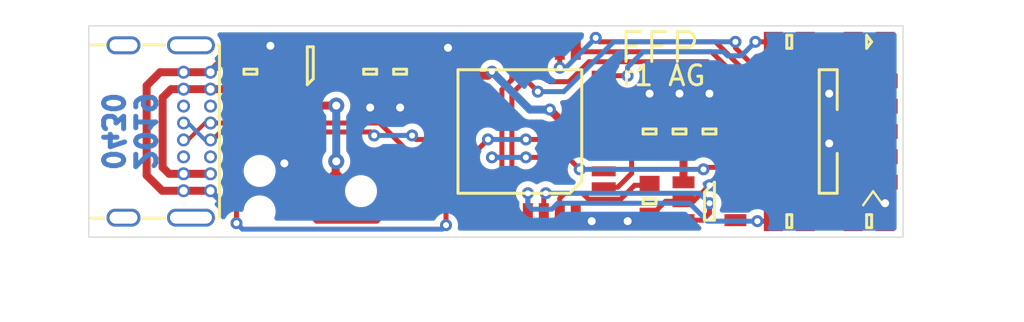
<source format=kicad_pcb>
(kicad_pcb (version 20171130) (host pcbnew 5.1.2-f72e74a~84~ubuntu18.04.1)

  (general
    (thickness 1.6)
    (drawings 13)
    (tracks 268)
    (zones 0)
    (modules 17)
    (nets 38)
  )

  (page A4)
  (layers
    (0 F.Cu signal)
    (31 B.Cu signal)
    (32 B.Adhes user)
    (33 F.Adhes user)
    (34 B.Paste user)
    (35 F.Paste user)
    (36 B.SilkS user)
    (37 F.SilkS user)
    (38 B.Mask user)
    (39 F.Mask user)
    (40 Dwgs.User user)
    (41 Cmts.User user)
    (42 Eco1.User user)
    (43 Eco2.User user)
    (44 Edge.Cuts user)
    (45 Margin user)
    (46 B.CrtYd user)
    (47 F.CrtYd user)
    (48 B.Fab user)
    (49 F.Fab user)
  )

  (setup
    (last_trace_width 0.25)
    (user_trace_width 0.2)
    (user_trace_width 0.25)
    (user_trace_width 0.4)
    (user_trace_width 0.6)
    (trace_clearance 0.2)
    (zone_clearance 0.508)
    (zone_45_only no)
    (trace_min 0.2)
    (via_size 0.6)
    (via_drill 0.3)
    (via_min_size 0.4)
    (via_min_drill 0.3)
    (user_via 0.6 0.3)
    (user_via 0.8 0.4)
    (uvia_size 0.3)
    (uvia_drill 0.1)
    (uvias_allowed no)
    (uvia_min_size 0.2)
    (uvia_min_drill 0.1)
    (edge_width 0.05)
    (segment_width 0.2)
    (pcb_text_width 0.3)
    (pcb_text_size 1.5 1.5)
    (mod_edge_width 0.12)
    (mod_text_size 1 1)
    (mod_text_width 0.15)
    (pad_size 1.524 1.524)
    (pad_drill 0.762)
    (pad_to_mask_clearance 0.02)
    (aux_axis_origin 0 0)
    (visible_elements FFFFFF5F)
    (pcbplotparams
      (layerselection 0x010fc_ffffffff)
      (usegerberextensions true)
      (usegerberattributes false)
      (usegerberadvancedattributes false)
      (creategerberjobfile false)
      (excludeedgelayer true)
      (linewidth 0.100000)
      (plotframeref false)
      (viasonmask false)
      (mode 1)
      (useauxorigin false)
      (hpglpennumber 1)
      (hpglpenspeed 20)
      (hpglpendiameter 15.000000)
      (psnegative false)
      (psa4output false)
      (plotreference false)
      (plotvalue false)
      (plotinvisibletext false)
      (padsonsilk false)
      (subtractmaskfromsilk true)
      (outputformat 1)
      (mirror false)
      (drillshape 0)
      (scaleselection 1)
      (outputdirectory "gerbers/"))
  )

  (net 0 "")
  (net 1 GND)
  (net 2 3v3)
  (net 3 5v)
  (net 4 /TGT_3v3)
  (net 5 "Net-(IC1-Pad31)")
  (net 6 "Net-(IC1-Pad29)")
  (net 7 /FLASH_SO)
  (net 8 /FLASH_SI)
  (net 9 "Net-(IC1-Pad26)")
  (net 10 "Net-(IC1-Pad25)")
  (net 11 "Net-(IC1-Pad24)")
  (net 12 "Net-(IC1-Pad23)")
  (net 13 /USB_DP)
  (net 14 /USB_DM)
  (net 15 "Net-(IC1-Pad20)")
  (net 16 "Net-(IC1-Pad19)")
  (net 17 "Net-(IC1-Pad18)")
  (net 18 /TPWR_EN)
  (net 19 "Net-(IC1-Pad14)")
  (net 20 /SCK)
  (net 21 /FPGA_~RST)
  (net 22 /FLASH_~CS)
  (net 23 "Net-(IC1-Pad8)")
  (net 24 "Net-(IC1-Pad7)")
  (net 25 "Net-(IC1-Pad6)")
  (net 26 /~RST)
  (net 27 "Net-(IC1-Pad3)")
  (net 28 "Net-(IC1-Pad2)")
  (net 29 "Net-(IC3-Pad4)")
  (net 30 "Net-(J2-PadB8)")
  (net 31 "Net-(J2-PadB5)")
  (net 32 "Net-(J2-PadA8)")
  (net 33 "Net-(J2-PadA5)")
  (net 34 "Net-(J3-Pad7)")
  (net 35 "Net-(P1-Pad6)")
  (net 36 "Net-(IC1-Pad15)")
  (net 37 "Net-(D1-Pad2)")

  (net_class Default "This is the default net class."
    (clearance 0.2)
    (trace_width 0.2)
    (via_dia 0.6)
    (via_drill 0.3)
    (uvia_dia 0.3)
    (uvia_drill 0.1)
    (add_net /FLASH_SI)
    (add_net /FLASH_SO)
    (add_net /FLASH_~CS)
    (add_net /FPGA_~RST)
    (add_net /SCK)
    (add_net /TGT_3v3)
    (add_net /TPWR_EN)
    (add_net /USB_DM)
    (add_net /USB_DP)
    (add_net /~RST)
    (add_net 3v3)
    (add_net 5v)
    (add_net GND)
    (add_net "Net-(D1-Pad2)")
    (add_net "Net-(IC1-Pad14)")
    (add_net "Net-(IC1-Pad15)")
    (add_net "Net-(IC1-Pad18)")
    (add_net "Net-(IC1-Pad19)")
    (add_net "Net-(IC1-Pad2)")
    (add_net "Net-(IC1-Pad20)")
    (add_net "Net-(IC1-Pad23)")
    (add_net "Net-(IC1-Pad24)")
    (add_net "Net-(IC1-Pad25)")
    (add_net "Net-(IC1-Pad26)")
    (add_net "Net-(IC1-Pad29)")
    (add_net "Net-(IC1-Pad3)")
    (add_net "Net-(IC1-Pad31)")
    (add_net "Net-(IC1-Pad6)")
    (add_net "Net-(IC1-Pad7)")
    (add_net "Net-(IC1-Pad8)")
    (add_net "Net-(IC3-Pad4)")
    (add_net "Net-(J2-PadA5)")
    (add_net "Net-(J2-PadA8)")
    (add_net "Net-(J2-PadB5)")
    (add_net "Net-(J2-PadB8)")
    (add_net "Net-(J3-Pad7)")
    (add_net "Net-(P1-Pad6)")
  )

  (module agg:0603 (layer F.Cu) (tedit 57654490) (tstamp 5CC7FE5C)
    (at 148 115.5 180)
    (path /5CDDBDB5)
    (fp_text reference R3 (at -2.225 0 90) (layer F.Fab)
      (effects (font (size 1 1) (thickness 0.15)))
    )
    (fp_text value 10k (at 2.225 0 90) (layer F.Fab)
      (effects (font (size 1 1) (thickness 0.15)))
    )
    (fp_line (start -1.55 0.75) (end -1.55 -0.75) (layer F.CrtYd) (width 0.01))
    (fp_line (start 1.55 0.75) (end -1.55 0.75) (layer F.CrtYd) (width 0.01))
    (fp_line (start 1.55 -0.75) (end 1.55 0.75) (layer F.CrtYd) (width 0.01))
    (fp_line (start -1.55 -0.75) (end 1.55 -0.75) (layer F.CrtYd) (width 0.01))
    (fp_line (start -0.125 0.325) (end -0.125 -0.325) (layer F.SilkS) (width 0.15))
    (fp_line (start 0.125 0.325) (end -0.125 0.325) (layer F.SilkS) (width 0.15))
    (fp_line (start 0.125 -0.325) (end 0.125 0.325) (layer F.SilkS) (width 0.15))
    (fp_line (start -0.125 -0.325) (end 0.125 -0.325) (layer F.SilkS) (width 0.15))
    (fp_line (start 0.45 -0.4) (end 0.45 0.4) (layer F.Fab) (width 0.01))
    (fp_line (start -0.45 -0.4) (end -0.45 0.4) (layer F.Fab) (width 0.01))
    (fp_line (start -0.8 0.4) (end -0.8 -0.4) (layer F.Fab) (width 0.01))
    (fp_line (start 0.8 0.4) (end -0.8 0.4) (layer F.Fab) (width 0.01))
    (fp_line (start 0.8 -0.4) (end 0.8 0.4) (layer F.Fab) (width 0.01))
    (fp_line (start -0.8 -0.4) (end 0.8 -0.4) (layer F.Fab) (width 0.01))
    (pad 2 smd rect (at 0.8 0 180) (size 0.95 1) (layers F.Cu F.Paste F.Mask)
      (net 23 "Net-(IC1-Pad8)"))
    (pad 1 smd rect (at -0.8 0 180) (size 0.95 1) (layers F.Cu F.Paste F.Mask)
      (net 37 "Net-(D1-Pad2)"))
    (model ${KISYS3DMOD}/Resistors_SMD.3dshapes/R_0603.wrl
      (at (xyz 0 0 0))
      (scale (xyz 1 1 1))
      (rotate (xyz 0 0 0))
    )
  )

  (module agg:0603-LED (layer F.Cu) (tedit 5765467B) (tstamp 5CC7FBA2)
    (at 152 115.5 180)
    (path /5CDD9CF8)
    (fp_text reference D1 (at -2.225 0 90) (layer F.Fab)
      (effects (font (size 1 1) (thickness 0.15)))
    )
    (fp_text value LED (at 2.225 0 90) (layer F.Fab)
      (effects (font (size 1 1) (thickness 0.15)))
    )
    (fp_line (start -1.55 0.75) (end -1.55 -0.75) (layer F.CrtYd) (width 0.01))
    (fp_line (start 1.55 0.75) (end -1.55 0.75) (layer F.CrtYd) (width 0.01))
    (fp_line (start 1.55 -0.75) (end 1.55 0.75) (layer F.CrtYd) (width 0.01))
    (fp_line (start -1.55 -0.75) (end 1.55 -0.75) (layer F.CrtYd) (width 0.01))
    (fp_line (start 0.125 -0.325) (end 0.125 0.325) (layer F.SilkS) (width 0.15))
    (fp_line (start -0.125 0) (end 0.125 0.325) (layer F.SilkS) (width 0.15))
    (fp_line (start -0.125 0) (end 0.125 -0.325) (layer F.SilkS) (width 0.15))
    (fp_line (start 0.55 -0.4) (end 0.55 0.4) (layer F.Fab) (width 0.01))
    (fp_line (start -0.55 -0.4) (end -0.55 0.4) (layer F.Fab) (width 0.01))
    (fp_line (start -0.4 -0.4) (end -0.4 0.4) (layer F.Fab) (width 0.01))
    (fp_line (start -0.8 0.4) (end -0.8 -0.4) (layer F.Fab) (width 0.01))
    (fp_line (start 0.8 0.4) (end -0.8 0.4) (layer F.Fab) (width 0.01))
    (fp_line (start 0.8 -0.4) (end 0.8 0.4) (layer F.Fab) (width 0.01))
    (fp_line (start -0.8 -0.4) (end 0.8 -0.4) (layer F.Fab) (width 0.01))
    (pad 2 smd rect (at 0.8 0 180) (size 0.95 1) (layers F.Cu F.Paste F.Mask)
      (net 37 "Net-(D1-Pad2)"))
    (pad 1 smd rect (at -0.8 0 180) (size 0.95 1) (layers F.Cu F.Paste F.Mask)
      (net 1 GND))
    (model ${KISYS3DMOD}/LEDs.3dshapes/LED_0603.wrl
      (at (xyz 0 0 0))
      (scale (xyz 1 1 1))
      (rotate (xyz 0 0 180))
    )
  )

  (module agg:0603 (layer F.Cu) (tedit 57654490) (tstamp 5CC78839)
    (at 148 124.5 180)
    (path /5CD83BD5)
    (fp_text reference R2 (at -2.225 0 90) (layer F.Fab)
      (effects (font (size 1 1) (thickness 0.15)))
    )
    (fp_text value 10k (at 2.225 0 90) (layer F.Fab)
      (effects (font (size 1 1) (thickness 0.15)))
    )
    (fp_line (start -1.55 0.75) (end -1.55 -0.75) (layer F.CrtYd) (width 0.01))
    (fp_line (start 1.55 0.75) (end -1.55 0.75) (layer F.CrtYd) (width 0.01))
    (fp_line (start 1.55 -0.75) (end 1.55 0.75) (layer F.CrtYd) (width 0.01))
    (fp_line (start -1.55 -0.75) (end 1.55 -0.75) (layer F.CrtYd) (width 0.01))
    (fp_line (start -0.125 0.325) (end -0.125 -0.325) (layer F.SilkS) (width 0.15))
    (fp_line (start 0.125 0.325) (end -0.125 0.325) (layer F.SilkS) (width 0.15))
    (fp_line (start 0.125 -0.325) (end 0.125 0.325) (layer F.SilkS) (width 0.15))
    (fp_line (start -0.125 -0.325) (end 0.125 -0.325) (layer F.SilkS) (width 0.15))
    (fp_line (start 0.45 -0.4) (end 0.45 0.4) (layer F.Fab) (width 0.01))
    (fp_line (start -0.45 -0.4) (end -0.45 0.4) (layer F.Fab) (width 0.01))
    (fp_line (start -0.8 0.4) (end -0.8 -0.4) (layer F.Fab) (width 0.01))
    (fp_line (start 0.8 0.4) (end -0.8 0.4) (layer F.Fab) (width 0.01))
    (fp_line (start 0.8 -0.4) (end 0.8 0.4) (layer F.Fab) (width 0.01))
    (fp_line (start -0.8 -0.4) (end 0.8 -0.4) (layer F.Fab) (width 0.01))
    (pad 2 smd rect (at 0.8 0 180) (size 0.95 1) (layers F.Cu F.Paste F.Mask)
      (net 6 "Net-(IC1-Pad29)"))
    (pad 1 smd rect (at -0.8 0 180) (size 0.95 1) (layers F.Cu F.Paste F.Mask)
      (net 4 /TGT_3v3))
    (model ${KISYS3DMOD}/Resistors_SMD.3dshapes/R_0603.wrl
      (at (xyz 0 0 0))
      (scale (xyz 1 1 1))
      (rotate (xyz 0 0 0))
    )
  )

  (module agg:0603 (layer F.Cu) (tedit 57654490) (tstamp 5CC78825)
    (at 141 123.5 270)
    (path /5CC8FE22)
    (fp_text reference R1 (at -2.225 0) (layer F.Fab)
      (effects (font (size 1 1) (thickness 0.15)))
    )
    (fp_text value 10k (at 2.225 0) (layer F.Fab)
      (effects (font (size 1 1) (thickness 0.15)))
    )
    (fp_line (start -1.55 0.75) (end -1.55 -0.75) (layer F.CrtYd) (width 0.01))
    (fp_line (start 1.55 0.75) (end -1.55 0.75) (layer F.CrtYd) (width 0.01))
    (fp_line (start 1.55 -0.75) (end 1.55 0.75) (layer F.CrtYd) (width 0.01))
    (fp_line (start -1.55 -0.75) (end 1.55 -0.75) (layer F.CrtYd) (width 0.01))
    (fp_line (start -0.125 0.325) (end -0.125 -0.325) (layer F.SilkS) (width 0.15))
    (fp_line (start 0.125 0.325) (end -0.125 0.325) (layer F.SilkS) (width 0.15))
    (fp_line (start 0.125 -0.325) (end 0.125 0.325) (layer F.SilkS) (width 0.15))
    (fp_line (start -0.125 -0.325) (end 0.125 -0.325) (layer F.SilkS) (width 0.15))
    (fp_line (start 0.45 -0.4) (end 0.45 0.4) (layer F.Fab) (width 0.01))
    (fp_line (start -0.45 -0.4) (end -0.45 0.4) (layer F.Fab) (width 0.01))
    (fp_line (start -0.8 0.4) (end -0.8 -0.4) (layer F.Fab) (width 0.01))
    (fp_line (start 0.8 0.4) (end -0.8 0.4) (layer F.Fab) (width 0.01))
    (fp_line (start 0.8 -0.4) (end 0.8 0.4) (layer F.Fab) (width 0.01))
    (fp_line (start -0.8 -0.4) (end 0.8 -0.4) (layer F.Fab) (width 0.01))
    (pad 2 smd rect (at 0.8 0 270) (size 0.95 1) (layers F.Cu F.Paste F.Mask)
      (net 1 GND))
    (pad 1 smd rect (at -0.8 0 270) (size 0.95 1) (layers F.Cu F.Paste F.Mask)
      (net 5 "Net-(IC1-Pad31)"))
    (model ${KISYS3DMOD}/Resistors_SMD.3dshapes/R_0603.wrl
      (at (xyz 0 0 0))
      (scale (xyz 1 1 1))
      (rotate (xyz 0 0 0))
    )
  )

  (module agg:TC2030-NL (layer F.Cu) (tedit 56848096) (tstamp 5CC78811)
    (at 124 123 180)
    (path /5CC8444D)
    (fp_text reference P1 (at 0 -2.6) (layer F.Fab)
      (effects (font (size 1 1) (thickness 0.15)))
    )
    (fp_text value SWD_TC (at 0 2.75) (layer F.Fab)
      (effects (font (size 1 1) (thickness 0.15)))
    )
    (fp_line (start 3.5 -2) (end 3.5 2) (layer F.CrtYd) (width 0.01))
    (fp_line (start 3.5 2) (end -3.5 2) (layer F.CrtYd) (width 0.01))
    (fp_line (start -3.5 2) (end -3.5 -2) (layer F.CrtYd) (width 0.01))
    (fp_line (start -3.5 -2) (end 3.5 -2) (layer F.CrtYd) (width 0.01))
    (pad "" np_thru_hole circle (at 2.54 -1.011 180) (size 1 1) (drill 1) (layers *.Cu *.Mask F.SilkS))
    (pad "" np_thru_hole circle (at 2.54 1.021 180) (size 1 1) (drill 1) (layers *.Cu *.Mask F.SilkS))
    (pad "" np_thru_hole circle (at -2.54 0.005 180) (size 1 1) (drill 1) (layers *.Cu *.Mask F.SilkS))
    (pad 6 smd circle (at 1.27 -0.63 180) (size 0.787 0.787) (layers F.Cu F.Mask)
      (net 35 "Net-(P1-Pad6)"))
    (pad 5 smd circle (at 1.27 0.64 180) (size 0.787 0.787) (layers F.Cu F.Mask)
      (net 1 GND))
    (pad 4 smd circle (at 0 -0.63 180) (size 0.787 0.787) (layers F.Cu F.Mask)
      (net 11 "Net-(IC1-Pad24)"))
    (pad 3 smd circle (at 0 0.64 180) (size 0.787 0.787) (layers F.Cu F.Mask)
      (net 26 /~RST))
    (pad 2 smd circle (at -1.27 -0.63 180) (size 0.787 0.787) (layers F.Cu F.Mask)
      (net 12 "Net-(IC1-Pad23)"))
    (pad 1 smd circle (at -1.27 0.64 180) (size 0.787 0.787) (layers F.Cu F.Mask)
      (net 2 3v3))
  )

  (module agg:FTSH-105-01-L-DV-K (layer F.Cu) (tedit 56889B32) (tstamp 5CC78800)
    (at 150 120 90)
    (path /5CC7A220)
    (fp_text reference J3 (at 0 -4.3 90) (layer F.Fab)
      (effects (font (size 1 1) (thickness 0.15)))
    )
    (fp_text value PROG (at 0 4.4 90) (layer F.Fab)
      (effects (font (size 1 1) (thickness 0.15)))
    )
    (fp_line (start 3.2 1.7) (end 3.2 -1.7) (layer F.Fab) (width 0.01))
    (fp_line (start 3.2 -1.7) (end -3.2 -1.7) (layer F.Fab) (width 0.01))
    (fp_line (start -3.2 -1.7) (end -3.2 1.7) (layer F.Fab) (width 0.01))
    (fp_line (start -3.2 1.7) (end 3.2 1.7) (layer F.Fab) (width 0.01))
    (fp_line (start 2.54 -1.7) (end 2.54 -2.84) (layer F.Fab) (width 0.01))
    (fp_line (start 2.54 -2.84) (end -2.54 -2.84) (layer F.Fab) (width 0.01))
    (fp_line (start -2.54 -2.84) (end -2.54 -1.7) (layer F.Fab) (width 0.01))
    (fp_line (start 2.54 1.7) (end 2.54 2.84) (layer F.Fab) (width 0.01))
    (fp_line (start 2.54 2.84) (end 1.08 2.84) (layer F.Fab) (width 0.01))
    (fp_line (start 1.08 2.84) (end 1.08 1.7) (layer F.Fab) (width 0.01))
    (fp_line (start -2.54 1.7) (end -2.54 2.84) (layer F.Fab) (width 0.01))
    (fp_line (start -2.54 2.84) (end -1.08 2.84) (layer F.Fab) (width 0.01))
    (fp_line (start -1.08 2.84) (end -1.08 1.7) (layer F.Fab) (width 0.01))
    (fp_line (start -5.3 -3.7) (end 5.3 -3.7) (layer F.CrtYd) (width 0.01))
    (fp_line (start 5.3 -3.7) (end 5.3 3.7) (layer F.CrtYd) (width 0.01))
    (fp_line (start 5.3 3.7) (end -5.3 3.7) (layer F.CrtYd) (width 0.01))
    (fp_line (start -5.3 3.7) (end -5.3 -3.7) (layer F.CrtYd) (width 0.01))
    (fp_line (start -3.1 -0.5) (end 3.1 -0.5) (layer F.SilkS) (width 0.15))
    (fp_line (start -3.1 0.4) (end -1.1 0.4) (layer F.SilkS) (width 0.15))
    (fp_line (start 3.1 0.4) (end 1.1 0.4) (layer F.SilkS) (width 0.15))
    (fp_line (start 3.1 -0.5) (end 3.1 0.4) (layer F.SilkS) (width 0.15))
    (fp_line (start -3.1 -0.5) (end -3.1 0.4) (layer F.SilkS) (width 0.15))
    (pad 10 smd rect (at 2.54 -2.035 90) (size 0.74 2.79) (layers F.Cu F.Paste F.Mask)
      (net 7 /FLASH_SO))
    (pad 9 smd rect (at 2.54 2.035 90) (size 0.74 2.79) (layers F.Cu F.Paste F.Mask)
      (net 1 GND))
    (pad 8 smd rect (at 1.27 -2.035 90) (size 0.74 2.79) (layers F.Cu F.Paste F.Mask)
      (net 21 /FPGA_~RST))
    (pad 7 smd rect (at 1.27 2.035 90) (size 0.74 2.79) (layers F.Cu F.Paste F.Mask)
      (net 34 "Net-(J3-Pad7)"))
    (pad 6 smd rect (at 0 -2.035 90) (size 0.74 2.79) (layers F.Cu F.Paste F.Mask)
      (net 22 /FLASH_~CS))
    (pad 5 smd rect (at 0 2.035 90) (size 0.74 2.79) (layers F.Cu F.Paste F.Mask)
      (net 1 GND))
    (pad 4 smd rect (at -1.27 -2.035 90) (size 0.74 2.79) (layers F.Cu F.Paste F.Mask)
      (net 20 /SCK))
    (pad 3 smd rect (at -1.27 2.035 90) (size 0.74 2.79) (layers F.Cu F.Paste F.Mask)
      (net 1 GND))
    (pad 2 smd rect (at -2.54 -2.035 90) (size 0.74 2.79) (layers F.Cu F.Paste F.Mask)
      (net 8 /FLASH_SI))
    (pad 1 smd rect (at -2.54 2.035 90) (size 0.74 2.79) (layers F.Cu F.Paste F.Mask)
      (net 4 /TGT_3v3))
  )

  (module agg:USB4085 (layer F.Cu) (tedit 5CC7775C) (tstamp 5CC787DC)
    (at 119 120 270)
    (path /5CC791DB)
    (fp_text reference J2 (at 0 9.7 90) (layer F.Fab)
      (effects (font (size 1 1) (thickness 0.15)))
    )
    (fp_text value USB4085 (at 0 -1.6 90) (layer F.Fab)
      (effects (font (size 1 1) (thickness 0.15)))
    )
    (fp_line (start 5 -1) (end -5 -1) (layer F.CrtYd) (width 0.01))
    (fp_line (start 5 9) (end 5 -1) (layer F.CrtYd) (width 0.01))
    (fp_line (start -5 9) (end 5 9) (layer F.CrtYd) (width 0.01))
    (fp_line (start -5 -1) (end -5 9) (layer F.CrtYd) (width 0.01))
    (fp_line (start -4.35 5.3) (end -4.35 6) (layer F.SilkS) (width 0.15))
    (fp_line (start 4.35 5.35) (end 4.35 6) (layer F.SilkS) (width 0.15))
    (fp_line (start 4.35 2.3) (end 4.35 3.4) (layer F.SilkS) (width 0.15))
    (fp_line (start -4.35 2.3) (end -4.35 3.4) (layer F.SilkS) (width 0.15))
    (fp_line (start -4.35 -0.45) (end -4.35 -0.3) (layer F.SilkS) (width 0.15))
    (fp_line (start 4.35 -0.45) (end 4.35 -0.3) (layer F.SilkS) (width 0.15))
    (fp_line (start -4.35 -0.45) (end 4.35 -0.45) (layer F.SilkS) (width 0.15))
    (fp_line (start -4.475 -0.56) (end -4.475 8.61) (layer F.Fab) (width 0.01))
    (fp_line (start -4.475 -0.56) (end 4.475 -0.56) (layer F.Fab) (width 0.01))
    (fp_line (start 4.475 8.61) (end 4.475 -0.56) (layer F.Fab) (width 0.01))
    (fp_line (start -4.475 8.61) (end 4.475 8.61) (layer F.Fab) (width 0.01))
    (fp_line (start -4.775 6.1) (end 4.775 6.1) (layer F.Fab) (width 0.01))
    (pad "" np_thru_hole oval (at -4.325 4.36 270) (size 0.9 1.7) (drill oval 0.6 1.4) (layers *.Cu *.Mask))
    (pad "" np_thru_hole oval (at 4.325 4.36 270) (size 0.9 1.7) (drill oval 0.6 1.4) (layers *.Cu *.Mask))
    (pad "" np_thru_hole oval (at -4.325 0.98 270) (size 0.9 2.4) (drill oval 0.6 2.1) (layers *.Cu *.Mask))
    (pad "" np_thru_hole oval (at 4.325 0.98 270) (size 0.9 2.4) (drill oval 0.6 2.1) (layers *.Cu *.Mask))
    (pad B12 thru_hole circle (at -2.975 1.35 270) (size 0.65 0.65) (drill 0.4) (layers *.Cu *.Mask)
      (net 1 GND))
    (pad B9 thru_hole circle (at -2.125 1.35 270) (size 0.65 0.65) (drill 0.4) (layers *.Cu *.Mask)
      (net 3 5v))
    (pad B8 thru_hole circle (at -1.275 1.35 270) (size 0.65 0.65) (drill 0.4) (layers *.Cu *.Mask)
      (net 30 "Net-(J2-PadB8)"))
    (pad B7 thru_hole circle (at -0.425 1.35 270) (size 0.65 0.65) (drill 0.4) (layers *.Cu *.Mask)
      (net 14 /USB_DM))
    (pad B6 thru_hole circle (at 0.425 1.35 270) (size 0.65 0.65) (drill 0.4) (layers *.Cu *.Mask)
      (net 13 /USB_DP))
    (pad B5 thru_hole circle (at 1.275 1.35 270) (size 0.65 0.65) (drill 0.4) (layers *.Cu *.Mask)
      (net 31 "Net-(J2-PadB5)"))
    (pad B4 thru_hole circle (at 2.125 1.35 270) (size 0.65 0.65) (drill 0.4) (layers *.Cu *.Mask)
      (net 3 5v))
    (pad B1 thru_hole circle (at 2.975 1.35 270) (size 0.65 0.65) (drill 0.4) (layers *.Cu *.Mask)
      (net 1 GND))
    (pad A12 thru_hole circle (at 2.975 0 270) (size 0.65 0.65) (drill 0.4) (layers *.Cu *.Mask)
      (net 1 GND))
    (pad A9 thru_hole circle (at 2.125 0 270) (size 0.65 0.65) (drill 0.4) (layers *.Cu *.Mask)
      (net 3 5v))
    (pad A8 thru_hole circle (at 1.275 0 270) (size 0.65 0.65) (drill 0.4) (layers *.Cu *.Mask)
      (net 32 "Net-(J2-PadA8)"))
    (pad A7 thru_hole circle (at 0.425 0 270) (size 0.65 0.65) (drill 0.4) (layers *.Cu *.Mask)
      (net 14 /USB_DM))
    (pad A6 thru_hole circle (at -0.425 0 270) (size 0.65 0.65) (drill 0.4) (layers *.Cu *.Mask)
      (net 13 /USB_DP))
    (pad A5 thru_hole circle (at -1.275 0 270) (size 0.65 0.65) (drill 0.4) (layers *.Cu *.Mask)
      (net 33 "Net-(J2-PadA5)"))
    (pad A4 thru_hole circle (at -2.125 0 270) (size 0.65 0.65) (drill 0.4) (layers *.Cu *.Mask)
      (net 3 5v))
    (pad A1 thru_hole circle (at -2.975 0 270) (size 0.65 0.65) (drill 0.4) (layers *.Cu *.Mask)
      (net 1 GND))
  )

  (module agg:SOT-23-5 (layer F.Cu) (tedit 57656747) (tstamp 5CC787A0)
    (at 144 123.5)
    (path /5CD0E2B8)
    (fp_text reference IC3 (at 0 -2.45) (layer F.Fab)
      (effects (font (size 1 1) (thickness 0.15)))
    )
    (fp_text value MIC2004-0_5YM5 (at 0 2.45) (layer F.Fab)
      (effects (font (size 1 1) (thickness 0.15)))
    )
    (fp_line (start -2.1 1.75) (end -2.1 -1.75) (layer F.CrtYd) (width 0.01))
    (fp_line (start 2.1 1.75) (end -2.1 1.75) (layer F.CrtYd) (width 0.01))
    (fp_line (start 2.1 -1.75) (end 2.1 1.75) (layer F.CrtYd) (width 0.01))
    (fp_line (start -2.1 -1.75) (end 2.1 -1.75) (layer F.CrtYd) (width 0.01))
    (fp_line (start -0.25 -0.45) (end 0.25 -0.95) (layer F.SilkS) (width 0.15))
    (fp_line (start -0.25 0.95) (end -0.25 -0.45) (layer F.SilkS) (width 0.15))
    (fp_line (start 0.25 0.95) (end -0.25 0.95) (layer F.SilkS) (width 0.15))
    (fp_line (start 0.25 -0.95) (end 0.25 0.95) (layer F.SilkS) (width 0.15))
    (fp_line (start 0.25 -0.95) (end 0.25 -0.95) (layer F.SilkS) (width 0.15))
    (fp_line (start 1.6 -0.7) (end 0.85 -0.7) (layer F.Fab) (width 0.01))
    (fp_line (start 1.6 -1.2) (end 1.6 -0.7) (layer F.Fab) (width 0.01))
    (fp_line (start 0.85 -1.2) (end 1.6 -1.2) (layer F.Fab) (width 0.01))
    (fp_line (start 1.6 1.2) (end 0.85 1.2) (layer F.Fab) (width 0.01))
    (fp_line (start 1.6 0.7) (end 1.6 1.2) (layer F.Fab) (width 0.01))
    (fp_line (start 0.85 0.7) (end 1.6 0.7) (layer F.Fab) (width 0.01))
    (fp_line (start -1.6 1.2) (end -1.6 0.7) (layer F.Fab) (width 0.01))
    (fp_line (start -0.85 1.2) (end -1.6 1.2) (layer F.Fab) (width 0.01))
    (fp_line (start -1.6 0.7) (end -0.85 0.7) (layer F.Fab) (width 0.01))
    (fp_line (start -1.6 0.25) (end -1.6 -0.25) (layer F.Fab) (width 0.01))
    (fp_line (start -0.85 0.25) (end -1.6 0.25) (layer F.Fab) (width 0.01))
    (fp_line (start -1.6 -0.25) (end -0.85 -0.25) (layer F.Fab) (width 0.01))
    (fp_line (start -1.6 -0.7) (end -1.6 -1.2) (layer F.Fab) (width 0.01))
    (fp_line (start -0.85 -0.7) (end -1.6 -0.7) (layer F.Fab) (width 0.01))
    (fp_line (start -1.6 -1.2) (end -0.85 -1.2) (layer F.Fab) (width 0.01))
    (fp_circle (center -0.05 -0.7) (end -0.05 -0.3) (layer F.Fab) (width 0.01))
    (fp_line (start -0.85 1.5) (end -0.85 -1.5) (layer F.Fab) (width 0.01))
    (fp_line (start 0.85 1.5) (end -0.85 1.5) (layer F.Fab) (width 0.01))
    (fp_line (start 0.85 -1.5) (end 0.85 1.5) (layer F.Fab) (width 0.01))
    (fp_line (start -0.85 -1.5) (end 0.85 -1.5) (layer F.Fab) (width 0.01))
    (pad 5 smd rect (at 1.3 -0.95) (size 1.1 0.6) (layers F.Cu F.Paste F.Mask)
      (net 4 /TGT_3v3))
    (pad 4 smd rect (at 1.3 0.95) (size 1.1 0.6) (layers F.Cu F.Paste F.Mask)
      (net 29 "Net-(IC3-Pad4)"))
    (pad 3 smd rect (at -1.3 0.95) (size 1.1 0.6) (layers F.Cu F.Paste F.Mask)
      (net 18 /TPWR_EN))
    (pad 2 smd rect (at -1.3 0) (size 1.1 0.6) (layers F.Cu F.Paste F.Mask)
      (net 1 GND))
    (pad 1 smd rect (at -1.3 -0.95) (size 1.1 0.6) (layers F.Cu F.Paste F.Mask)
      (net 2 3v3))
    (model ${KISYS3DMOD}/TO_SOT_Packages_SMD.3dshapes/SOT-23-5.wrl
      (at (xyz 0 0 0))
      (scale (xyz 1 1 1))
      (rotate (xyz 0 0 0))
    )
  )

  (module agg:SOT-23 (layer F.Cu) (tedit 5765688A) (tstamp 5CC7877A)
    (at 124 116.7 180)
    (path /5CCEF97B)
    (fp_text reference IC2 (at 0 -2.45) (layer F.Fab)
      (effects (font (size 1 1) (thickness 0.15)))
    )
    (fp_text value MCP1700 (at 0 2.45) (layer F.Fab)
      (effects (font (size 1 1) (thickness 0.15)))
    )
    (fp_line (start -1.9 1.75) (end -1.9 -1.75) (layer F.CrtYd) (width 0.01))
    (fp_line (start 1.9 1.75) (end -1.9 1.75) (layer F.CrtYd) (width 0.01))
    (fp_line (start 1.9 -1.75) (end 1.9 1.75) (layer F.CrtYd) (width 0.01))
    (fp_line (start -1.9 -1.75) (end 1.9 -1.75) (layer F.CrtYd) (width 0.01))
    (fp_line (start -0.15 -0.65) (end 0.15 -0.95) (layer F.SilkS) (width 0.15))
    (fp_line (start -0.15 0.95) (end -0.15 -0.65) (layer F.SilkS) (width 0.15))
    (fp_line (start 0.15 0.95) (end -0.15 0.95) (layer F.SilkS) (width 0.15))
    (fp_line (start 0.15 -0.95) (end 0.15 0.95) (layer F.SilkS) (width 0.15))
    (fp_line (start 0.15 -0.95) (end 0.15 -0.95) (layer F.SilkS) (width 0.15))
    (fp_line (start 1.25 0.24) (end 0.7 0.24) (layer F.Fab) (width 0.01))
    (fp_line (start 1.25 -0.24) (end 1.25 0.24) (layer F.Fab) (width 0.01))
    (fp_line (start 0.7 -0.24) (end 1.25 -0.24) (layer F.Fab) (width 0.01))
    (fp_line (start -1.25 1.19) (end -1.25 0.71) (layer F.Fab) (width 0.01))
    (fp_line (start -0.7 1.19) (end -1.25 1.19) (layer F.Fab) (width 0.01))
    (fp_line (start -1.25 0.71) (end -0.7 0.71) (layer F.Fab) (width 0.01))
    (fp_line (start -1.25 -0.71) (end -1.25 -1.19) (layer F.Fab) (width 0.01))
    (fp_line (start -0.7 -0.71) (end -1.25 -0.71) (layer F.Fab) (width 0.01))
    (fp_line (start -1.25 -1.19) (end -0.7 -1.19) (layer F.Fab) (width 0.01))
    (fp_circle (center 0.1 -0.7) (end 0.1 -0.3) (layer F.Fab) (width 0.01))
    (fp_line (start -0.7 1.5) (end -0.7 -1.5) (layer F.Fab) (width 0.01))
    (fp_line (start 0.7 1.5) (end -0.7 1.5) (layer F.Fab) (width 0.01))
    (fp_line (start 0.7 -1.5) (end 0.7 1.5) (layer F.Fab) (width 0.01))
    (fp_line (start -0.7 -1.5) (end 0.7 -1.5) (layer F.Fab) (width 0.01))
    (pad 3 smd rect (at 1.15 0 180) (size 1 0.6) (layers F.Cu F.Paste F.Mask)
      (net 3 5v))
    (pad 2 smd rect (at -1.15 0.95 180) (size 1 0.6) (layers F.Cu F.Paste F.Mask)
      (net 2 3v3))
    (pad 1 smd rect (at -1.15 -0.95 180) (size 1 0.6) (layers F.Cu F.Paste F.Mask)
      (net 1 GND))
    (model ${KISYS3DMOD}/TO_SOT_Packages_SMD.3dshapes/SOT-23.wrl
      (at (xyz 0 0 0))
      (scale (xyz 1 1 1))
      (rotate (xyz 0 0 90))
    )
  )

  (module agg:LQFP-32 (layer F.Cu) (tedit 59997E51) (tstamp 5CC7875C)
    (at 134.5 120 180)
    (path /5CC77413)
    (fp_text reference IC1 (at 0 -5.75) (layer F.Fab)
      (effects (font (size 1 1) (thickness 0.15)))
    )
    (fp_text value STM32F042K6T7 (at 0 5.75) (layer F.Fab)
      (effects (font (size 1 1) (thickness 0.15)))
    )
    (fp_line (start -5.05 5.05) (end -5.05 -5.05) (layer F.CrtYd) (width 0.01))
    (fp_line (start 5.05 5.05) (end -5.05 5.05) (layer F.CrtYd) (width 0.01))
    (fp_line (start 5.05 -5.05) (end 5.05 5.05) (layer F.CrtYd) (width 0.01))
    (fp_line (start -5.05 -5.05) (end 5.05 -5.05) (layer F.CrtYd) (width 0.01))
    (fp_line (start -3.1 -2.5) (end -2.5 -3.1) (layer F.SilkS) (width 0.15))
    (fp_line (start -3.1 3.1) (end -3.1 -2.5) (layer F.SilkS) (width 0.15))
    (fp_line (start 3.1 3.1) (end -3.1 3.1) (layer F.SilkS) (width 0.15))
    (fp_line (start 3.1 -3.1) (end 3.1 3.1) (layer F.SilkS) (width 0.15))
    (fp_line (start -2.5 -3.1) (end 3.1 -3.1) (layer F.SilkS) (width 0.15))
    (fp_line (start 2.6 4.6) (end 2.6 3.6) (layer F.Fab) (width 0.01))
    (fp_line (start 3 4.6) (end 2.6 4.6) (layer F.Fab) (width 0.01))
    (fp_line (start 3 3.6) (end 3 4.6) (layer F.Fab) (width 0.01))
    (fp_line (start 1.8 4.6) (end 1.8 3.6) (layer F.Fab) (width 0.01))
    (fp_line (start 2.2 4.6) (end 1.8 4.6) (layer F.Fab) (width 0.01))
    (fp_line (start 2.2 3.6) (end 2.2 4.6) (layer F.Fab) (width 0.01))
    (fp_line (start 1 4.6) (end 1 3.6) (layer F.Fab) (width 0.01))
    (fp_line (start 1.4 4.6) (end 1 4.6) (layer F.Fab) (width 0.01))
    (fp_line (start 1.4 3.6) (end 1.4 4.6) (layer F.Fab) (width 0.01))
    (fp_line (start 0.2 4.6) (end 0.2 3.6) (layer F.Fab) (width 0.01))
    (fp_line (start 0.6 4.6) (end 0.2 4.6) (layer F.Fab) (width 0.01))
    (fp_line (start 0.6 3.6) (end 0.6 4.6) (layer F.Fab) (width 0.01))
    (fp_line (start -0.6 4.6) (end -0.6 3.6) (layer F.Fab) (width 0.01))
    (fp_line (start -0.2 4.6) (end -0.6 4.6) (layer F.Fab) (width 0.01))
    (fp_line (start -0.2 3.6) (end -0.2 4.6) (layer F.Fab) (width 0.01))
    (fp_line (start -1.4 4.6) (end -1.4 3.6) (layer F.Fab) (width 0.01))
    (fp_line (start -1 4.6) (end -1.4 4.6) (layer F.Fab) (width 0.01))
    (fp_line (start -1 3.6) (end -1 4.6) (layer F.Fab) (width 0.01))
    (fp_line (start -2.2 4.6) (end -2.2 3.6) (layer F.Fab) (width 0.01))
    (fp_line (start -1.8 4.6) (end -2.2 4.6) (layer F.Fab) (width 0.01))
    (fp_line (start -1.8 3.6) (end -1.8 4.6) (layer F.Fab) (width 0.01))
    (fp_line (start -3 4.6) (end -3 3.6) (layer F.Fab) (width 0.01))
    (fp_line (start -2.6 4.6) (end -3 4.6) (layer F.Fab) (width 0.01))
    (fp_line (start -2.6 3.6) (end -2.6 4.6) (layer F.Fab) (width 0.01))
    (fp_line (start -3 -3.6) (end -3 -4.6) (layer F.Fab) (width 0.01))
    (fp_line (start -2.6 -4.6) (end -2.6 -3.6) (layer F.Fab) (width 0.01))
    (fp_line (start -3 -4.6) (end -2.6 -4.6) (layer F.Fab) (width 0.01))
    (fp_line (start -2.2 -3.6) (end -2.2 -4.6) (layer F.Fab) (width 0.01))
    (fp_line (start -1.8 -4.6) (end -1.8 -3.6) (layer F.Fab) (width 0.01))
    (fp_line (start -2.2 -4.6) (end -1.8 -4.6) (layer F.Fab) (width 0.01))
    (fp_line (start -1.4 -3.6) (end -1.4 -4.6) (layer F.Fab) (width 0.01))
    (fp_line (start -1 -4.6) (end -1 -3.6) (layer F.Fab) (width 0.01))
    (fp_line (start -1.4 -4.6) (end -1 -4.6) (layer F.Fab) (width 0.01))
    (fp_line (start -0.6 -3.6) (end -0.6 -4.6) (layer F.Fab) (width 0.01))
    (fp_line (start -0.2 -4.6) (end -0.2 -3.6) (layer F.Fab) (width 0.01))
    (fp_line (start -0.6 -4.6) (end -0.2 -4.6) (layer F.Fab) (width 0.01))
    (fp_line (start 0.2 -3.6) (end 0.2 -4.6) (layer F.Fab) (width 0.01))
    (fp_line (start 0.6 -4.6) (end 0.6 -3.6) (layer F.Fab) (width 0.01))
    (fp_line (start 0.2 -4.6) (end 0.6 -4.6) (layer F.Fab) (width 0.01))
    (fp_line (start 1 -3.6) (end 1 -4.6) (layer F.Fab) (width 0.01))
    (fp_line (start 1.4 -4.6) (end 1.4 -3.6) (layer F.Fab) (width 0.01))
    (fp_line (start 1 -4.6) (end 1.4 -4.6) (layer F.Fab) (width 0.01))
    (fp_line (start 1.8 -3.6) (end 1.8 -4.6) (layer F.Fab) (width 0.01))
    (fp_line (start 2.2 -4.6) (end 2.2 -3.6) (layer F.Fab) (width 0.01))
    (fp_line (start 1.8 -4.6) (end 2.2 -4.6) (layer F.Fab) (width 0.01))
    (fp_line (start 2.6 -3.6) (end 2.6 -4.6) (layer F.Fab) (width 0.01))
    (fp_line (start 3 -4.6) (end 3 -3.6) (layer F.Fab) (width 0.01))
    (fp_line (start 2.6 -4.6) (end 3 -4.6) (layer F.Fab) (width 0.01))
    (fp_line (start 4.6 -2.6) (end 3.6 -2.6) (layer F.Fab) (width 0.01))
    (fp_line (start 4.6 -3) (end 4.6 -2.6) (layer F.Fab) (width 0.01))
    (fp_line (start 3.6 -3) (end 4.6 -3) (layer F.Fab) (width 0.01))
    (fp_line (start 4.6 -1.8) (end 3.6 -1.8) (layer F.Fab) (width 0.01))
    (fp_line (start 4.6 -2.2) (end 4.6 -1.8) (layer F.Fab) (width 0.01))
    (fp_line (start 3.6 -2.2) (end 4.6 -2.2) (layer F.Fab) (width 0.01))
    (fp_line (start 4.6 -1) (end 3.6 -1) (layer F.Fab) (width 0.01))
    (fp_line (start 4.6 -1.4) (end 4.6 -1) (layer F.Fab) (width 0.01))
    (fp_line (start 3.6 -1.4) (end 4.6 -1.4) (layer F.Fab) (width 0.01))
    (fp_line (start 4.6 -0.2) (end 3.6 -0.2) (layer F.Fab) (width 0.01))
    (fp_line (start 4.6 -0.6) (end 4.6 -0.2) (layer F.Fab) (width 0.01))
    (fp_line (start 3.6 -0.6) (end 4.6 -0.6) (layer F.Fab) (width 0.01))
    (fp_line (start 4.6 0.6) (end 3.6 0.6) (layer F.Fab) (width 0.01))
    (fp_line (start 4.6 0.2) (end 4.6 0.6) (layer F.Fab) (width 0.01))
    (fp_line (start 3.6 0.2) (end 4.6 0.2) (layer F.Fab) (width 0.01))
    (fp_line (start 4.6 1.4) (end 3.6 1.4) (layer F.Fab) (width 0.01))
    (fp_line (start 4.6 1) (end 4.6 1.4) (layer F.Fab) (width 0.01))
    (fp_line (start 3.6 1) (end 4.6 1) (layer F.Fab) (width 0.01))
    (fp_line (start 4.6 2.2) (end 3.6 2.2) (layer F.Fab) (width 0.01))
    (fp_line (start 4.6 1.8) (end 4.6 2.2) (layer F.Fab) (width 0.01))
    (fp_line (start 3.6 1.8) (end 4.6 1.8) (layer F.Fab) (width 0.01))
    (fp_line (start 4.6 3) (end 3.6 3) (layer F.Fab) (width 0.01))
    (fp_line (start 4.6 2.6) (end 4.6 3) (layer F.Fab) (width 0.01))
    (fp_line (start 3.6 2.6) (end 4.6 2.6) (layer F.Fab) (width 0.01))
    (fp_line (start -4.6 3) (end -4.6 2.6) (layer F.Fab) (width 0.01))
    (fp_line (start -3.6 3) (end -4.6 3) (layer F.Fab) (width 0.01))
    (fp_line (start -4.6 2.6) (end -3.6 2.6) (layer F.Fab) (width 0.01))
    (fp_line (start -4.6 2.2) (end -4.6 1.8) (layer F.Fab) (width 0.01))
    (fp_line (start -3.6 2.2) (end -4.6 2.2) (layer F.Fab) (width 0.01))
    (fp_line (start -4.6 1.8) (end -3.6 1.8) (layer F.Fab) (width 0.01))
    (fp_line (start -4.6 1.4) (end -4.6 1) (layer F.Fab) (width 0.01))
    (fp_line (start -3.6 1.4) (end -4.6 1.4) (layer F.Fab) (width 0.01))
    (fp_line (start -4.6 1) (end -3.6 1) (layer F.Fab) (width 0.01))
    (fp_line (start -4.6 0.6) (end -4.6 0.2) (layer F.Fab) (width 0.01))
    (fp_line (start -3.6 0.6) (end -4.6 0.6) (layer F.Fab) (width 0.01))
    (fp_line (start -4.6 0.2) (end -3.6 0.2) (layer F.Fab) (width 0.01))
    (fp_line (start -4.6 -0.2) (end -4.6 -0.6) (layer F.Fab) (width 0.01))
    (fp_line (start -3.6 -0.2) (end -4.6 -0.2) (layer F.Fab) (width 0.01))
    (fp_line (start -4.6 -0.6) (end -3.6 -0.6) (layer F.Fab) (width 0.01))
    (fp_line (start -4.6 -1) (end -4.6 -1.4) (layer F.Fab) (width 0.01))
    (fp_line (start -3.6 -1) (end -4.6 -1) (layer F.Fab) (width 0.01))
    (fp_line (start -4.6 -1.4) (end -3.6 -1.4) (layer F.Fab) (width 0.01))
    (fp_line (start -4.6 -1.8) (end -4.6 -2.2) (layer F.Fab) (width 0.01))
    (fp_line (start -3.6 -1.8) (end -4.6 -1.8) (layer F.Fab) (width 0.01))
    (fp_line (start -4.6 -2.2) (end -3.6 -2.2) (layer F.Fab) (width 0.01))
    (fp_line (start -4.6 -2.6) (end -4.6 -3) (layer F.Fab) (width 0.01))
    (fp_line (start -3.6 -2.6) (end -4.6 -2.6) (layer F.Fab) (width 0.01))
    (fp_line (start -4.6 -3) (end -3.6 -3) (layer F.Fab) (width 0.01))
    (fp_circle (center -2.8 -2.8) (end -2.8 -2.4) (layer F.Fab) (width 0.01))
    (fp_line (start -3.6 3.6) (end -3.6 -3.6) (layer F.Fab) (width 0.01))
    (fp_line (start 3.6 3.6) (end -3.6 3.6) (layer F.Fab) (width 0.01))
    (fp_line (start 3.6 -3.6) (end 3.6 3.6) (layer F.Fab) (width 0.01))
    (fp_line (start -3.6 -3.6) (end 3.6 -3.6) (layer F.Fab) (width 0.01))
    (pad 32 smd rect (at -2.8 -4.2 180) (size 0.5 1.2) (layers F.Cu F.Paste F.Mask)
      (net 1 GND))
    (pad 31 smd rect (at -2 -4.2 180) (size 0.5 1.2) (layers F.Cu F.Paste F.Mask)
      (net 5 "Net-(IC1-Pad31)"))
    (pad 30 smd rect (at -1.2 -4.2 180) (size 0.5 1.2) (layers F.Cu F.Paste F.Mask)
      (net 18 /TPWR_EN))
    (pad 29 smd rect (at -0.4 -4.2 180) (size 0.5 1.2) (layers F.Cu F.Paste F.Mask)
      (net 6 "Net-(IC1-Pad29)"))
    (pad 28 smd rect (at 0.4 -4.2 180) (size 0.5 1.2) (layers F.Cu F.Paste F.Mask)
      (net 7 /FLASH_SO))
    (pad 27 smd rect (at 1.2 -4.2 180) (size 0.5 1.2) (layers F.Cu F.Paste F.Mask)
      (net 8 /FLASH_SI))
    (pad 26 smd rect (at 2 -4.2 180) (size 0.5 1.2) (layers F.Cu F.Paste F.Mask)
      (net 9 "Net-(IC1-Pad26)"))
    (pad 25 smd rect (at 2.8 -4.2 180) (size 0.5 1.2) (layers F.Cu F.Paste F.Mask)
      (net 10 "Net-(IC1-Pad25)"))
    (pad 24 smd rect (at 4.2 -2.8 180) (size 1.2 0.5) (layers F.Cu F.Paste F.Mask)
      (net 11 "Net-(IC1-Pad24)"))
    (pad 23 smd rect (at 4.2 -2 180) (size 1.2 0.5) (layers F.Cu F.Paste F.Mask)
      (net 12 "Net-(IC1-Pad23)"))
    (pad 22 smd rect (at 4.2 -1.2 180) (size 1.2 0.5) (layers F.Cu F.Paste F.Mask)
      (net 13 /USB_DP))
    (pad 21 smd rect (at 4.2 -0.4 180) (size 1.2 0.5) (layers F.Cu F.Paste F.Mask)
      (net 14 /USB_DM))
    (pad 20 smd rect (at 4.2 0.4 180) (size 1.2 0.5) (layers F.Cu F.Paste F.Mask)
      (net 15 "Net-(IC1-Pad20)"))
    (pad 19 smd rect (at 4.2 1.2 180) (size 1.2 0.5) (layers F.Cu F.Paste F.Mask)
      (net 16 "Net-(IC1-Pad19)"))
    (pad 18 smd rect (at 4.2 2 180) (size 1.2 0.5) (layers F.Cu F.Paste F.Mask)
      (net 17 "Net-(IC1-Pad18)"))
    (pad 17 smd rect (at 4.2 2.8 180) (size 1.2 0.5) (layers F.Cu F.Paste F.Mask)
      (net 2 3v3))
    (pad 16 smd rect (at 2.8 4.2 180) (size 0.5 1.2) (layers F.Cu F.Paste F.Mask)
      (net 1 GND))
    (pad 15 smd rect (at 2 4.2 180) (size 0.5 1.2) (layers F.Cu F.Paste F.Mask)
      (net 36 "Net-(IC1-Pad15)"))
    (pad 14 smd rect (at 1.2 4.2 180) (size 0.5 1.2) (layers F.Cu F.Paste F.Mask)
      (net 19 "Net-(IC1-Pad14)"))
    (pad 13 smd rect (at 0.4 4.2 180) (size 0.5 1.2) (layers F.Cu F.Paste F.Mask)
      (net 8 /FLASH_SI))
    (pad 12 smd rect (at -0.4 4.2 180) (size 0.5 1.2) (layers F.Cu F.Paste F.Mask)
      (net 7 /FLASH_SO))
    (pad 11 smd rect (at -1.2 4.2 180) (size 0.5 1.2) (layers F.Cu F.Paste F.Mask)
      (net 20 /SCK))
    (pad 10 smd rect (at -2 4.2 180) (size 0.5 1.2) (layers F.Cu F.Paste F.Mask)
      (net 21 /FPGA_~RST))
    (pad 9 smd rect (at -2.8 4.2 180) (size 0.5 1.2) (layers F.Cu F.Paste F.Mask)
      (net 22 /FLASH_~CS))
    (pad 8 smd rect (at -4.2 2.8 180) (size 1.2 0.5) (layers F.Cu F.Paste F.Mask)
      (net 23 "Net-(IC1-Pad8)"))
    (pad 7 smd rect (at -4.2 2 180) (size 1.2 0.5) (layers F.Cu F.Paste F.Mask)
      (net 24 "Net-(IC1-Pad7)"))
    (pad 6 smd rect (at -4.2 1.2 180) (size 1.2 0.5) (layers F.Cu F.Paste F.Mask)
      (net 25 "Net-(IC1-Pad6)"))
    (pad 5 smd rect (at -4.2 0.4 180) (size 1.2 0.5) (layers F.Cu F.Paste F.Mask)
      (net 2 3v3))
    (pad 4 smd rect (at -4.2 -0.4 180) (size 1.2 0.5) (layers F.Cu F.Paste F.Mask)
      (net 26 /~RST))
    (pad 3 smd rect (at -4.2 -1.2 180) (size 1.2 0.5) (layers F.Cu F.Paste F.Mask)
      (net 27 "Net-(IC1-Pad3)"))
    (pad 2 smd rect (at -4.2 -2 180) (size 1.2 0.5) (layers F.Cu F.Paste F.Mask)
      (net 28 "Net-(IC1-Pad2)"))
    (pad 1 smd rect (at -4.2 -2.8 180) (size 1.2 0.5) (layers F.Cu F.Paste F.Mask)
      (net 2 3v3))
    (model ${KISYS3DMOD}/Housings_QFP.3dshapes/LQFP-32_7x7mm_Pitch0.8mm.wrl
      (at (xyz 0 0 0))
      (scale (xyz 1 1 1))
      (rotate (xyz 0 0 0))
    )
  )

  (module agg:0603 (layer F.Cu) (tedit 57654490) (tstamp 5CC786CA)
    (at 152 124.5)
    (path /5CD25E8F)
    (fp_text reference C7 (at -2.225 0 90) (layer F.Fab)
      (effects (font (size 1 1) (thickness 0.15)))
    )
    (fp_text value 100n (at 2.225 0 90) (layer F.Fab)
      (effects (font (size 1 1) (thickness 0.15)))
    )
    (fp_line (start -1.55 0.75) (end -1.55 -0.75) (layer F.CrtYd) (width 0.01))
    (fp_line (start 1.55 0.75) (end -1.55 0.75) (layer F.CrtYd) (width 0.01))
    (fp_line (start 1.55 -0.75) (end 1.55 0.75) (layer F.CrtYd) (width 0.01))
    (fp_line (start -1.55 -0.75) (end 1.55 -0.75) (layer F.CrtYd) (width 0.01))
    (fp_line (start -0.125 0.325) (end -0.125 -0.325) (layer F.SilkS) (width 0.15))
    (fp_line (start 0.125 0.325) (end -0.125 0.325) (layer F.SilkS) (width 0.15))
    (fp_line (start 0.125 -0.325) (end 0.125 0.325) (layer F.SilkS) (width 0.15))
    (fp_line (start -0.125 -0.325) (end 0.125 -0.325) (layer F.SilkS) (width 0.15))
    (fp_line (start 0.45 -0.4) (end 0.45 0.4) (layer F.Fab) (width 0.01))
    (fp_line (start -0.45 -0.4) (end -0.45 0.4) (layer F.Fab) (width 0.01))
    (fp_line (start -0.8 0.4) (end -0.8 -0.4) (layer F.Fab) (width 0.01))
    (fp_line (start 0.8 0.4) (end -0.8 0.4) (layer F.Fab) (width 0.01))
    (fp_line (start 0.8 -0.4) (end 0.8 0.4) (layer F.Fab) (width 0.01))
    (fp_line (start -0.8 -0.4) (end 0.8 -0.4) (layer F.Fab) (width 0.01))
    (pad 2 smd rect (at 0.8 0) (size 0.95 1) (layers F.Cu F.Paste F.Mask)
      (net 1 GND))
    (pad 1 smd rect (at -0.8 0) (size 0.95 1) (layers F.Cu F.Paste F.Mask)
      (net 4 /TGT_3v3))
    (model ${KISYS3DMOD}/Resistors_SMD.3dshapes/R_0603.wrl
      (at (xyz 0 0 0))
      (scale (xyz 1 1 1))
      (rotate (xyz 0 0 0))
    )
  )

  (module agg:0603 (layer F.Cu) (tedit 57654490) (tstamp 5CC786B6)
    (at 127 117 270)
    (path /5CD02190)
    (fp_text reference C6 (at -2.225 0) (layer F.Fab)
      (effects (font (size 1 1) (thickness 0.15)))
    )
    (fp_text value 1µ (at 2.225 0) (layer F.Fab)
      (effects (font (size 1 1) (thickness 0.15)))
    )
    (fp_line (start -1.55 0.75) (end -1.55 -0.75) (layer F.CrtYd) (width 0.01))
    (fp_line (start 1.55 0.75) (end -1.55 0.75) (layer F.CrtYd) (width 0.01))
    (fp_line (start 1.55 -0.75) (end 1.55 0.75) (layer F.CrtYd) (width 0.01))
    (fp_line (start -1.55 -0.75) (end 1.55 -0.75) (layer F.CrtYd) (width 0.01))
    (fp_line (start -0.125 0.325) (end -0.125 -0.325) (layer F.SilkS) (width 0.15))
    (fp_line (start 0.125 0.325) (end -0.125 0.325) (layer F.SilkS) (width 0.15))
    (fp_line (start 0.125 -0.325) (end 0.125 0.325) (layer F.SilkS) (width 0.15))
    (fp_line (start -0.125 -0.325) (end 0.125 -0.325) (layer F.SilkS) (width 0.15))
    (fp_line (start 0.45 -0.4) (end 0.45 0.4) (layer F.Fab) (width 0.01))
    (fp_line (start -0.45 -0.4) (end -0.45 0.4) (layer F.Fab) (width 0.01))
    (fp_line (start -0.8 0.4) (end -0.8 -0.4) (layer F.Fab) (width 0.01))
    (fp_line (start 0.8 0.4) (end -0.8 0.4) (layer F.Fab) (width 0.01))
    (fp_line (start 0.8 -0.4) (end 0.8 0.4) (layer F.Fab) (width 0.01))
    (fp_line (start -0.8 -0.4) (end 0.8 -0.4) (layer F.Fab) (width 0.01))
    (pad 2 smd rect (at 0.8 0 270) (size 0.95 1) (layers F.Cu F.Paste F.Mask)
      (net 1 GND))
    (pad 1 smd rect (at -0.8 0 270) (size 0.95 1) (layers F.Cu F.Paste F.Mask)
      (net 2 3v3))
    (model ${KISYS3DMOD}/Resistors_SMD.3dshapes/R_0603.wrl
      (at (xyz 0 0 0))
      (scale (xyz 1 1 1))
      (rotate (xyz 0 0 0))
    )
  )

  (module agg:0603 (layer F.Cu) (tedit 57654490) (tstamp 5CC786A2)
    (at 121 117 90)
    (path /5CCF996A)
    (fp_text reference C5 (at -2.225 0) (layer F.Fab)
      (effects (font (size 1 1) (thickness 0.15)))
    )
    (fp_text value 1µ (at 2.225 0) (layer F.Fab)
      (effects (font (size 1 1) (thickness 0.15)))
    )
    (fp_line (start -1.55 0.75) (end -1.55 -0.75) (layer F.CrtYd) (width 0.01))
    (fp_line (start 1.55 0.75) (end -1.55 0.75) (layer F.CrtYd) (width 0.01))
    (fp_line (start 1.55 -0.75) (end 1.55 0.75) (layer F.CrtYd) (width 0.01))
    (fp_line (start -1.55 -0.75) (end 1.55 -0.75) (layer F.CrtYd) (width 0.01))
    (fp_line (start -0.125 0.325) (end -0.125 -0.325) (layer F.SilkS) (width 0.15))
    (fp_line (start 0.125 0.325) (end -0.125 0.325) (layer F.SilkS) (width 0.15))
    (fp_line (start 0.125 -0.325) (end 0.125 0.325) (layer F.SilkS) (width 0.15))
    (fp_line (start -0.125 -0.325) (end 0.125 -0.325) (layer F.SilkS) (width 0.15))
    (fp_line (start 0.45 -0.4) (end 0.45 0.4) (layer F.Fab) (width 0.01))
    (fp_line (start -0.45 -0.4) (end -0.45 0.4) (layer F.Fab) (width 0.01))
    (fp_line (start -0.8 0.4) (end -0.8 -0.4) (layer F.Fab) (width 0.01))
    (fp_line (start 0.8 0.4) (end -0.8 0.4) (layer F.Fab) (width 0.01))
    (fp_line (start 0.8 -0.4) (end 0.8 0.4) (layer F.Fab) (width 0.01))
    (fp_line (start -0.8 -0.4) (end 0.8 -0.4) (layer F.Fab) (width 0.01))
    (pad 2 smd rect (at 0.8 0 90) (size 0.95 1) (layers F.Cu F.Paste F.Mask)
      (net 1 GND))
    (pad 1 smd rect (at -0.8 0 90) (size 0.95 1) (layers F.Cu F.Paste F.Mask)
      (net 3 5v))
    (model ${KISYS3DMOD}/Resistors_SMD.3dshapes/R_0603.wrl
      (at (xyz 0 0 0))
      (scale (xyz 1 1 1))
      (rotate (xyz 0 0 0))
    )
  )

  (module agg:0603 (layer F.Cu) (tedit 57654490) (tstamp 5CC7868E)
    (at 144 120 90)
    (path /5CD1C7DE)
    (fp_text reference C4 (at -2.225 0) (layer F.Fab)
      (effects (font (size 1 1) (thickness 0.15)))
    )
    (fp_text value 100n (at 2.225 0) (layer F.Fab)
      (effects (font (size 1 1) (thickness 0.15)))
    )
    (fp_line (start -1.55 0.75) (end -1.55 -0.75) (layer F.CrtYd) (width 0.01))
    (fp_line (start 1.55 0.75) (end -1.55 0.75) (layer F.CrtYd) (width 0.01))
    (fp_line (start 1.55 -0.75) (end 1.55 0.75) (layer F.CrtYd) (width 0.01))
    (fp_line (start -1.55 -0.75) (end 1.55 -0.75) (layer F.CrtYd) (width 0.01))
    (fp_line (start -0.125 0.325) (end -0.125 -0.325) (layer F.SilkS) (width 0.15))
    (fp_line (start 0.125 0.325) (end -0.125 0.325) (layer F.SilkS) (width 0.15))
    (fp_line (start 0.125 -0.325) (end 0.125 0.325) (layer F.SilkS) (width 0.15))
    (fp_line (start -0.125 -0.325) (end 0.125 -0.325) (layer F.SilkS) (width 0.15))
    (fp_line (start 0.45 -0.4) (end 0.45 0.4) (layer F.Fab) (width 0.01))
    (fp_line (start -0.45 -0.4) (end -0.45 0.4) (layer F.Fab) (width 0.01))
    (fp_line (start -0.8 0.4) (end -0.8 -0.4) (layer F.Fab) (width 0.01))
    (fp_line (start 0.8 0.4) (end -0.8 0.4) (layer F.Fab) (width 0.01))
    (fp_line (start 0.8 -0.4) (end 0.8 0.4) (layer F.Fab) (width 0.01))
    (fp_line (start -0.8 -0.4) (end 0.8 -0.4) (layer F.Fab) (width 0.01))
    (pad 2 smd rect (at 0.8 0 90) (size 0.95 1) (layers F.Cu F.Paste F.Mask)
      (net 1 GND))
    (pad 1 smd rect (at -0.8 0 90) (size 0.95 1) (layers F.Cu F.Paste F.Mask)
      (net 2 3v3))
    (model ${KISYS3DMOD}/Resistors_SMD.3dshapes/R_0603.wrl
      (at (xyz 0 0 0))
      (scale (xyz 1 1 1))
      (rotate (xyz 0 0 0))
    )
  )

  (module agg:0603 (layer F.Cu) (tedit 57654490) (tstamp 5CC7867A)
    (at 142.5 120 90)
    (path /5CCB967B)
    (fp_text reference C3 (at -2.225 0) (layer F.Fab)
      (effects (font (size 1 1) (thickness 0.15)))
    )
    (fp_text value 100n (at 2.225 0) (layer F.Fab)
      (effects (font (size 1 1) (thickness 0.15)))
    )
    (fp_line (start -1.55 0.75) (end -1.55 -0.75) (layer F.CrtYd) (width 0.01))
    (fp_line (start 1.55 0.75) (end -1.55 0.75) (layer F.CrtYd) (width 0.01))
    (fp_line (start 1.55 -0.75) (end 1.55 0.75) (layer F.CrtYd) (width 0.01))
    (fp_line (start -1.55 -0.75) (end 1.55 -0.75) (layer F.CrtYd) (width 0.01))
    (fp_line (start -0.125 0.325) (end -0.125 -0.325) (layer F.SilkS) (width 0.15))
    (fp_line (start 0.125 0.325) (end -0.125 0.325) (layer F.SilkS) (width 0.15))
    (fp_line (start 0.125 -0.325) (end 0.125 0.325) (layer F.SilkS) (width 0.15))
    (fp_line (start -0.125 -0.325) (end 0.125 -0.325) (layer F.SilkS) (width 0.15))
    (fp_line (start 0.45 -0.4) (end 0.45 0.4) (layer F.Fab) (width 0.01))
    (fp_line (start -0.45 -0.4) (end -0.45 0.4) (layer F.Fab) (width 0.01))
    (fp_line (start -0.8 0.4) (end -0.8 -0.4) (layer F.Fab) (width 0.01))
    (fp_line (start 0.8 0.4) (end -0.8 0.4) (layer F.Fab) (width 0.01))
    (fp_line (start 0.8 -0.4) (end 0.8 0.4) (layer F.Fab) (width 0.01))
    (fp_line (start -0.8 -0.4) (end 0.8 -0.4) (layer F.Fab) (width 0.01))
    (pad 2 smd rect (at 0.8 0 90) (size 0.95 1) (layers F.Cu F.Paste F.Mask)
      (net 1 GND))
    (pad 1 smd rect (at -0.8 0 90) (size 0.95 1) (layers F.Cu F.Paste F.Mask)
      (net 2 3v3))
    (model ${KISYS3DMOD}/Resistors_SMD.3dshapes/R_0603.wrl
      (at (xyz 0 0 0))
      (scale (xyz 1 1 1))
      (rotate (xyz 0 0 0))
    )
  )

  (module agg:0603 (layer F.Cu) (tedit 57654490) (tstamp 5CC78666)
    (at 141 120 90)
    (path /5CCB2FFC)
    (fp_text reference C2 (at -2.225 0) (layer F.Fab)
      (effects (font (size 1 1) (thickness 0.15)))
    )
    (fp_text value 100n (at 2.225 0) (layer F.Fab)
      (effects (font (size 1 1) (thickness 0.15)))
    )
    (fp_line (start -1.55 0.75) (end -1.55 -0.75) (layer F.CrtYd) (width 0.01))
    (fp_line (start 1.55 0.75) (end -1.55 0.75) (layer F.CrtYd) (width 0.01))
    (fp_line (start 1.55 -0.75) (end 1.55 0.75) (layer F.CrtYd) (width 0.01))
    (fp_line (start -1.55 -0.75) (end 1.55 -0.75) (layer F.CrtYd) (width 0.01))
    (fp_line (start -0.125 0.325) (end -0.125 -0.325) (layer F.SilkS) (width 0.15))
    (fp_line (start 0.125 0.325) (end -0.125 0.325) (layer F.SilkS) (width 0.15))
    (fp_line (start 0.125 -0.325) (end 0.125 0.325) (layer F.SilkS) (width 0.15))
    (fp_line (start -0.125 -0.325) (end 0.125 -0.325) (layer F.SilkS) (width 0.15))
    (fp_line (start 0.45 -0.4) (end 0.45 0.4) (layer F.Fab) (width 0.01))
    (fp_line (start -0.45 -0.4) (end -0.45 0.4) (layer F.Fab) (width 0.01))
    (fp_line (start -0.8 0.4) (end -0.8 -0.4) (layer F.Fab) (width 0.01))
    (fp_line (start 0.8 0.4) (end -0.8 0.4) (layer F.Fab) (width 0.01))
    (fp_line (start 0.8 -0.4) (end 0.8 0.4) (layer F.Fab) (width 0.01))
    (fp_line (start -0.8 -0.4) (end 0.8 -0.4) (layer F.Fab) (width 0.01))
    (pad 2 smd rect (at 0.8 0 90) (size 0.95 1) (layers F.Cu F.Paste F.Mask)
      (net 1 GND))
    (pad 1 smd rect (at -0.8 0 90) (size 0.95 1) (layers F.Cu F.Paste F.Mask)
      (net 2 3v3))
    (model ${KISYS3DMOD}/Resistors_SMD.3dshapes/R_0603.wrl
      (at (xyz 0 0 0))
      (scale (xyz 1 1 1))
      (rotate (xyz 0 0 0))
    )
  )

  (module agg:0603 (layer F.Cu) (tedit 57654490) (tstamp 5CC78652)
    (at 128.5 117 270)
    (path /5CCAFD35)
    (fp_text reference C1 (at -2.225 0) (layer F.Fab)
      (effects (font (size 1 1) (thickness 0.15)))
    )
    (fp_text value 100n (at 2.225 0) (layer F.Fab)
      (effects (font (size 1 1) (thickness 0.15)))
    )
    (fp_line (start -1.55 0.75) (end -1.55 -0.75) (layer F.CrtYd) (width 0.01))
    (fp_line (start 1.55 0.75) (end -1.55 0.75) (layer F.CrtYd) (width 0.01))
    (fp_line (start 1.55 -0.75) (end 1.55 0.75) (layer F.CrtYd) (width 0.01))
    (fp_line (start -1.55 -0.75) (end 1.55 -0.75) (layer F.CrtYd) (width 0.01))
    (fp_line (start -0.125 0.325) (end -0.125 -0.325) (layer F.SilkS) (width 0.15))
    (fp_line (start 0.125 0.325) (end -0.125 0.325) (layer F.SilkS) (width 0.15))
    (fp_line (start 0.125 -0.325) (end 0.125 0.325) (layer F.SilkS) (width 0.15))
    (fp_line (start -0.125 -0.325) (end 0.125 -0.325) (layer F.SilkS) (width 0.15))
    (fp_line (start 0.45 -0.4) (end 0.45 0.4) (layer F.Fab) (width 0.01))
    (fp_line (start -0.45 -0.4) (end -0.45 0.4) (layer F.Fab) (width 0.01))
    (fp_line (start -0.8 0.4) (end -0.8 -0.4) (layer F.Fab) (width 0.01))
    (fp_line (start 0.8 0.4) (end -0.8 0.4) (layer F.Fab) (width 0.01))
    (fp_line (start 0.8 -0.4) (end 0.8 0.4) (layer F.Fab) (width 0.01))
    (fp_line (start -0.8 -0.4) (end 0.8 -0.4) (layer F.Fab) (width 0.01))
    (pad 2 smd rect (at 0.8 0 270) (size 0.95 1) (layers F.Cu F.Paste F.Mask)
      (net 1 GND))
    (pad 1 smd rect (at -0.8 0 270) (size 0.95 1) (layers F.Cu F.Paste F.Mask)
      (net 2 3v3))
    (model ${KISYS3DMOD}/Resistors_SMD.3dshapes/R_0603.wrl
      (at (xyz 0 0 0))
      (scale (xyz 1 1 1))
      (rotate (xyz 0 0 0))
    )
  )

  (gr_line (start 152.2 123) (end 152.7 123.7) (layer F.SilkS) (width 0.12))
  (gr_line (start 151.7 123.7) (end 152.2 123) (layer F.SilkS) (width 0.12))
  (gr_text "2019\n0430" (at 114.9 120 270) (layer B.Cu)
    (effects (font (size 1 1) (thickness 0.25)) (justify mirror))
  )
  (gr_text "r1 AG" (at 141.7 117.2) (layer F.SilkS)
    (effects (font (size 1 1) (thickness 0.15)))
  )
  (gr_text FFP (at 141.5 115.8) (layer F.SilkS)
    (effects (font (size 1.5 1.5) (thickness 0.15)))
  )
  (dimension 10.6 (width 0.15) (layer F.Fab)
    (gr_text "10.600 mm" (at 158.4 120 270) (layer F.Fab)
      (effects (font (size 1 1) (thickness 0.15)))
    )
    (feature1 (pts (xy 153.7 125.3) (xy 157.686421 125.3)))
    (feature2 (pts (xy 153.7 114.7) (xy 157.686421 114.7)))
    (crossbar (pts (xy 157.1 114.7) (xy 157.1 125.3)))
    (arrow1a (pts (xy 157.1 125.3) (xy 156.513579 124.173496)))
    (arrow1b (pts (xy 157.1 125.3) (xy 157.686421 124.173496)))
    (arrow2a (pts (xy 157.1 114.7) (xy 156.513579 115.826504)))
    (arrow2b (pts (xy 157.1 114.7) (xy 157.686421 115.826504)))
  )
  (dimension 40.8 (width 0.15) (layer F.Fab)
    (gr_text "40.800 mm" (at 133.3 130.2) (layer F.Fab)
      (effects (font (size 1 1) (thickness 0.15)))
    )
    (feature1 (pts (xy 112.9 125.3) (xy 112.9 129.486421)))
    (feature2 (pts (xy 153.7 125.3) (xy 153.7 129.486421)))
    (crossbar (pts (xy 153.7 128.9) (xy 112.9 128.9)))
    (arrow1a (pts (xy 112.9 128.9) (xy 114.026504 128.313579)))
    (arrow1b (pts (xy 112.9 128.9) (xy 114.026504 129.486421)))
    (arrow2a (pts (xy 153.7 128.9) (xy 152.573496 128.313579)))
    (arrow2b (pts (xy 153.7 128.9) (xy 152.573496 129.486421)))
  )
  (gr_line (start 153.7 114.7) (end 153.7 125.3) (layer Edge.Cuts) (width 0.05) (tstamp 5CC79A05))
  (gr_line (start 112.9 125.3) (end 112.9 125) (layer Edge.Cuts) (width 0.05) (tstamp 5CC79A04))
  (gr_line (start 153.7 125.3) (end 112.9 125.3) (layer Edge.Cuts) (width 0.05))
  (gr_line (start 112.9 114.7) (end 112.9 115) (layer Edge.Cuts) (width 0.05) (tstamp 5CC79A03))
  (gr_line (start 153.7 114.7) (end 112.9 114.7) (layer Edge.Cuts) (width 0.05))
  (gr_line (start 112.9 115) (end 112.9 125) (layer Edge.Cuts) (width 0.05))

  (segment (start 117.65 117.025) (end 119 117.025) (width 0.4) (layer F.Cu) (net 1))
  (segment (start 119.825 116.2) (end 119 117.025) (width 0.4) (layer F.Cu) (net 1))
  (segment (start 121 116.2) (end 119.825 116.2) (width 0.4) (layer F.Cu) (net 1))
  (segment (start 119 122.975) (end 117.65 122.975) (width 0.4) (layer F.Cu) (net 1))
  (segment (start 117.65 122.975) (end 116.575 122.975) (width 0.4) (layer F.Cu) (net 1))
  (segment (start 116.575 122.975) (end 115.8 122.2) (width 0.4) (layer F.Cu) (net 1))
  (segment (start 115.8 122.2) (end 115.8 117.7) (width 0.4) (layer F.Cu) (net 1))
  (segment (start 116.475 117.025) (end 117.65 117.025) (width 0.4) (layer F.Cu) (net 1))
  (segment (start 115.8 117.7) (end 116.475 117.025) (width 0.4) (layer F.Cu) (net 1))
  (segment (start 127 117.8) (end 128.5 117.8) (width 0.6) (layer F.Cu) (net 1))
  (via (at 138.1 124.5) (size 0.8) (drill 0.4) (layers F.Cu B.Cu) (net 1))
  (segment (start 141.8 123.5) (end 141 124.3) (width 0.25) (layer F.Cu) (net 1))
  (segment (start 142.7 123.5) (end 141.8 123.5) (width 0.25) (layer F.Cu) (net 1))
  (via (at 141 118.1) (size 0.8) (drill 0.4) (layers F.Cu B.Cu) (net 1))
  (segment (start 141 119.2) (end 141 118.1) (width 0.4) (layer F.Cu) (net 1))
  (via (at 142.5 118.1) (size 0.8) (drill 0.4) (layers F.Cu B.Cu) (net 1))
  (segment (start 142.5 119.2) (end 142.5 118.1) (width 0.4) (layer F.Cu) (net 1))
  (via (at 144 118.1) (size 0.8) (drill 0.4) (layers F.Cu B.Cu) (net 1))
  (segment (start 144 119.2) (end 144 118.1) (width 0.4) (layer F.Cu) (net 1))
  (segment (start 150.24 117.46) (end 152.035 117.46) (width 0.4) (layer F.Cu) (net 1))
  (segment (start 150 117.7) (end 150.24 117.46) (width 0.4) (layer F.Cu) (net 1))
  (segment (start 150.24 120) (end 150 119.76) (width 0.4) (layer F.Cu) (net 1))
  (segment (start 152.035 120) (end 150.24 120) (width 0.4) (layer F.Cu) (net 1))
  (segment (start 150.24 121.27) (end 150 121.03) (width 0.4) (layer F.Cu) (net 1))
  (segment (start 152.035 121.27) (end 150.24 121.27) (width 0.4) (layer F.Cu) (net 1))
  (via (at 152.8 123.6) (size 0.8) (drill 0.4) (layers F.Cu B.Cu) (net 1))
  (segment (start 152.8 124.5) (end 152.8 123.6) (width 0.4) (layer F.Cu) (net 1))
  (via (at 127 118.8) (size 0.8) (drill 0.4) (layers F.Cu B.Cu) (net 1))
  (segment (start 127 117.8) (end 127 118.8) (width 0.4) (layer F.Cu) (net 1))
  (via (at 128.5 118.8) (size 0.8) (drill 0.4) (layers F.Cu B.Cu) (net 1))
  (segment (start 128.5 117.8) (end 128.5 118.8) (width 0.4) (layer F.Cu) (net 1))
  (via (at 130.9 115.8) (size 0.8) (drill 0.4) (layers F.Cu B.Cu) (net 1))
  (segment (start 131.7 115.8) (end 130.9 115.8) (width 0.4) (layer F.Cu) (net 1))
  (via (at 144 122.7) (size 0.6) (drill 0.3) (layers F.Cu B.Cu) (net 1))
  (segment (start 126.85 117.65) (end 127 117.8) (width 0.4) (layer F.Cu) (net 1))
  (segment (start 125.15 117.65) (end 126.85 117.65) (width 0.4) (layer F.Cu) (net 1))
  (via (at 122.7 121.6) (size 0.8) (drill 0.4) (layers F.Cu B.Cu) (net 1))
  (segment (start 122.73 122.36) (end 122.73 121.63) (width 0.4) (layer F.Cu) (net 1))
  (segment (start 122.73 121.63) (end 122.7 121.6) (width 0.4) (layer F.Cu) (net 1))
  (segment (start 143.2 123.5) (end 144 122.7) (width 0.25) (layer F.Cu) (net 1))
  (segment (start 142.7 123.5) (end 143.2 123.5) (width 0.25) (layer F.Cu) (net 1))
  (via (at 122 115.7) (size 0.8) (drill 0.4) (layers F.Cu B.Cu) (net 1))
  (segment (start 121 116.2) (end 121.5 116.2) (width 0.4) (layer F.Cu) (net 1))
  (segment (start 121.5 116.2) (end 122 115.7) (width 0.4) (layer F.Cu) (net 1))
  (segment (start 152.8 115.5) (end 152.8 117.1) (width 0.25) (layer F.Cu) (net 1))
  (segment (start 152.44 117.46) (end 152.8 117.1) (width 0.25) (layer F.Cu) (net 1))
  (segment (start 152.035 117.46) (end 152.44 117.46) (width 0.25) (layer F.Cu) (net 1))
  (via (at 150 118.1) (size 0.8) (drill 0.4) (layers F.Cu B.Cu) (net 1))
  (segment (start 150 119.4) (end 150 117.7) (width 0.4) (layer F.Cu) (net 1))
  (segment (start 150 119.4) (end 150 118.1) (width 0.4) (layer F.Cu) (net 1))
  (segment (start 150 119.76) (end 150 119.4) (width 0.4) (layer F.Cu) (net 1))
  (via (at 150 120.6) (size 0.8) (drill 0.4) (layers F.Cu B.Cu) (net 1))
  (segment (start 150 121.03) (end 150 120.6) (width 0.4) (layer F.Cu) (net 1))
  (segment (start 150 119.4) (end 150 120.6) (width 0.4) (layer F.Cu) (net 1))
  (segment (start 150 120.6) (end 150 119.76) (width 0.4) (layer F.Cu) (net 1))
  (via (at 139.9 124.5) (size 0.8) (drill 0.4) (layers F.Cu B.Cu) (net 1))
  (segment (start 140.8 124.5) (end 141 124.3) (width 0.4) (layer F.Cu) (net 1))
  (segment (start 139.9 124.5) (end 140.8 124.5) (width 0.4) (layer F.Cu) (net 1))
  (segment (start 138.1 124.5) (end 137.6 124.5) (width 0.25) (layer F.Cu) (net 1))
  (segment (start 137.3 124.2) (end 137.6 124.5) (width 0.25) (layer F.Cu) (net 1))
  (segment (start 127 116.2) (end 128.5 116.2) (width 0.6) (layer F.Cu) (net 2))
  (segment (start 144 120.8) (end 142.5 120.8) (width 0.4) (layer F.Cu) (net 2))
  (segment (start 142.5 120.8) (end 141 120.8) (width 0.4) (layer F.Cu) (net 2))
  (segment (start 142.7 121) (end 142.5 120.8) (width 0.4) (layer F.Cu) (net 2))
  (segment (start 142.7 122.55) (end 142.7 121) (width 0.4) (layer F.Cu) (net 2))
  (via (at 133.1 117) (size 0.6) (drill 0.3) (layers F.Cu B.Cu) (net 2))
  (segment (start 130.3 117.2) (end 132.9 117.2) (width 0.4) (layer F.Cu) (net 2))
  (segment (start 132.9 117.2) (end 133.1 117) (width 0.4) (layer F.Cu) (net 2))
  (via (at 136 118.9) (size 0.6) (drill 0.3) (layers F.Cu B.Cu) (net 2))
  (segment (start 133.1 117) (end 135 118.9) (width 0.4) (layer B.Cu) (net 2))
  (segment (start 135 118.9) (end 136 118.9) (width 0.4) (layer B.Cu) (net 2))
  (segment (start 136.7 119.6) (end 138.7 119.6) (width 0.4) (layer F.Cu) (net 2))
  (segment (start 136 118.9) (end 136.7 119.6) (width 0.4) (layer F.Cu) (net 2))
  (segment (start 129.5 117.2) (end 128.5 116.2) (width 0.4) (layer F.Cu) (net 2))
  (segment (start 130.3 117.2) (end 129.5 117.2) (width 0.4) (layer F.Cu) (net 2))
  (segment (start 125.27 121.53) (end 125.3 121.5) (width 0.4) (layer F.Cu) (net 2))
  (segment (start 125.27 122.36) (end 125.27 121.53) (width 0.4) (layer F.Cu) (net 2))
  (via (at 125.3 121.5) (size 0.8) (drill 0.4) (layers F.Cu B.Cu) (net 2))
  (via (at 125.3 118.7) (size 0.8) (drill 0.4) (layers F.Cu B.Cu) (net 2))
  (segment (start 125.3 121.5) (end 125.3 118.7) (width 0.4) (layer B.Cu) (net 2))
  (segment (start 124.25 115.75) (end 125.15 115.75) (width 0.4) (layer F.Cu) (net 2))
  (segment (start 124 116) (end 124.25 115.75) (width 0.4) (layer F.Cu) (net 2))
  (segment (start 124.3 118.7) (end 124 118.4) (width 0.4) (layer F.Cu) (net 2))
  (segment (start 124 118.4) (end 124 116) (width 0.4) (layer F.Cu) (net 2))
  (segment (start 125.3 118.7) (end 124.3 118.7) (width 0.4) (layer F.Cu) (net 2))
  (segment (start 126.55 115.75) (end 127 116.2) (width 0.4) (layer F.Cu) (net 2))
  (segment (start 125.15 115.75) (end 126.55 115.75) (width 0.4) (layer F.Cu) (net 2))
  (segment (start 140.1 120.8) (end 140 120.7) (width 0.4) (layer F.Cu) (net 2))
  (segment (start 141 120.8) (end 140.1 120.8) (width 0.4) (layer F.Cu) (net 2))
  (segment (start 140 120.7) (end 140 119.7) (width 0.4) (layer F.Cu) (net 2))
  (segment (start 139.9 119.6) (end 138.7 119.6) (width 0.4) (layer F.Cu) (net 2))
  (segment (start 140 119.7) (end 139.9 119.6) (width 0.4) (layer F.Cu) (net 2))
  (segment (start 140.1 120.8) (end 140.1 122.1) (width 0.25) (layer F.Cu) (net 2))
  (segment (start 139.4 122.8) (end 138.7 122.8) (width 0.25) (layer F.Cu) (net 2))
  (segment (start 140.1 122.1) (end 139.4 122.8) (width 0.25) (layer F.Cu) (net 2))
  (segment (start 117.65 117.875) (end 119 117.875) (width 0.4) (layer F.Cu) (net 3))
  (segment (start 120.925 117.875) (end 121 117.8) (width 0.4) (layer F.Cu) (net 3))
  (segment (start 119 117.875) (end 120.925 117.875) (width 0.4) (layer F.Cu) (net 3))
  (segment (start 119 122.125) (end 117.65 122.125) (width 0.4) (layer F.Cu) (net 3))
  (segment (start 117.65 122.125) (end 116.925 122.125) (width 0.4) (layer F.Cu) (net 3))
  (segment (start 116.925 122.125) (end 116.6 121.8) (width 0.4) (layer F.Cu) (net 3))
  (segment (start 116.6 121.8) (end 116.6 118.3) (width 0.4) (layer F.Cu) (net 3))
  (segment (start 117.025 117.875) (end 117.65 117.875) (width 0.4) (layer F.Cu) (net 3))
  (segment (start 116.6 118.3) (end 117.025 117.875) (width 0.4) (layer F.Cu) (net 3))
  (segment (start 121 117.8) (end 122.5 117.8) (width 0.4) (layer F.Cu) (net 3))
  (segment (start 122.85 117.45) (end 122.85 116.7) (width 0.4) (layer F.Cu) (net 3))
  (segment (start 122.5 117.8) (end 122.85 117.45) (width 0.4) (layer F.Cu) (net 3))
  (segment (start 148.8 123.6) (end 148.8 124.5) (width 0.4) (layer F.Cu) (net 4))
  (segment (start 148.7 123.5) (end 148.8 123.6) (width 0.4) (layer F.Cu) (net 4))
  (segment (start 145.55 123.5) (end 148.7 123.5) (width 0.4) (layer F.Cu) (net 4))
  (segment (start 145.3 123.25) (end 145.55 123.5) (width 0.4) (layer F.Cu) (net 4))
  (segment (start 145.3 122.55) (end 145.3 123.25) (width 0.4) (layer F.Cu) (net 4))
  (segment (start 148.8 124.5) (end 151.2 124.5) (width 0.4) (layer F.Cu) (net 4))
  (segment (start 151.2 124.5) (end 151.2 122.9) (width 0.4) (layer F.Cu) (net 4))
  (segment (start 151.56 122.54) (end 151.2 122.9) (width 0.4) (layer F.Cu) (net 4))
  (segment (start 152.035 122.54) (end 151.56 122.54) (width 0.4) (layer F.Cu) (net 4))
  (segment (start 140.25 122.7) (end 141 122.7) (width 0.25) (layer F.Cu) (net 5))
  (segment (start 136.5 123.35) (end 136.75 123.1) (width 0.25) (layer F.Cu) (net 5))
  (segment (start 136.5 124.2) (end 136.5 123.35) (width 0.25) (layer F.Cu) (net 5))
  (segment (start 136.75 123.1) (end 137.635002 123.1) (width 0.25) (layer F.Cu) (net 5))
  (segment (start 137.635002 123.1) (end 137.935002 123.4) (width 0.25) (layer F.Cu) (net 5))
  (segment (start 137.935002 123.4) (end 139.55 123.4) (width 0.25) (layer F.Cu) (net 5))
  (segment (start 139.55 123.4) (end 140.25 122.7) (width 0.25) (layer F.Cu) (net 5))
  (via (at 134.9 123.1) (size 0.6) (drill 0.3) (layers F.Cu B.Cu) (net 6))
  (segment (start 134.9 124.2) (end 134.9 123.1) (width 0.25) (layer F.Cu) (net 6))
  (via (at 146.4 124.5) (size 0.6) (drill 0.3) (layers F.Cu B.Cu) (net 6))
  (segment (start 147.2 124.5) (end 146.4 124.5) (width 0.25) (layer F.Cu) (net 6))
  (segment (start 146.4 124.5) (end 143.9 124.5) (width 0.25) (layer B.Cu) (net 6))
  (segment (start 143.9 124.5) (end 143 123.6) (width 0.25) (layer B.Cu) (net 6))
  (segment (start 143 123.6) (end 136.4 123.6) (width 0.25) (layer B.Cu) (net 6))
  (segment (start 136.4 123.6) (end 136.1 123.9) (width 0.25) (layer B.Cu) (net 6))
  (segment (start 134.9 123.1) (end 134.9 123.7) (width 0.25) (layer B.Cu) (net 6))
  (segment (start 135.1 123.9) (end 136.1 123.9) (width 0.25) (layer B.Cu) (net 6))
  (segment (start 134.9 123.7) (end 135.1 123.9) (width 0.25) (layer B.Cu) (net 6))
  (segment (start 134.1 124.2) (end 134.1 118.1) (width 0.25) (layer F.Cu) (net 7))
  (segment (start 134.9 117.3) (end 134.9 115.8) (width 0.25) (layer F.Cu) (net 7))
  (segment (start 134.1 118.1) (end 134.9 117.3) (width 0.25) (layer F.Cu) (net 7))
  (segment (start 146.89641 117.46) (end 146.55001 117.1136) (width 0.25) (layer F.Cu) (net 7))
  (segment (start 147.965 117.46) (end 146.89641 117.46) (width 0.25) (layer F.Cu) (net 7))
  (segment (start 146.55001 117.1136) (end 146.5 117.06359) (width 0.25) (layer F.Cu) (net 7))
  (segment (start 146.5 117.06359) (end 146.5 117) (width 0.25) (layer F.Cu) (net 7))
  (via (at 145.3 115.5) (size 0.6) (drill 0.3) (layers F.Cu B.Cu) (net 7))
  (segment (start 146.5 117) (end 145.3 115.8) (width 0.25) (layer F.Cu) (net 7))
  (segment (start 145.3 115.8) (end 145.3 115.5) (width 0.25) (layer F.Cu) (net 7))
  (via (at 135.4 118) (size 0.6) (drill 0.3) (layers F.Cu B.Cu) (net 7))
  (segment (start 134.9 117.5) (end 134.9 117.3) (width 0.25) (layer F.Cu) (net 7))
  (segment (start 135.4 118) (end 134.9 117.5) (width 0.25) (layer F.Cu) (net 7))
  (segment (start 139.2 115.5) (end 145.3 115.5) (width 0.25) (layer B.Cu) (net 7))
  (segment (start 135.4 118) (end 136.7 118) (width 0.25) (layer B.Cu) (net 7))
  (segment (start 136.7 118) (end 139.2 115.5) (width 0.25) (layer B.Cu) (net 7))
  (segment (start 146.80359 122.54) (end 146.06359 121.8) (width 0.25) (layer F.Cu) (net 8))
  (segment (start 147.965 122.54) (end 146.80359 122.54) (width 0.25) (layer F.Cu) (net 8))
  (segment (start 146.06359 121.8) (end 145.5 121.8) (width 0.25) (layer F.Cu) (net 8))
  (via (at 143.7 121.9) (size 0.6) (drill 0.3) (layers F.Cu B.Cu) (net 8))
  (segment (start 145.5 121.8) (end 143.8 121.8) (width 0.25) (layer F.Cu) (net 8))
  (segment (start 143.8 121.8) (end 143.7 121.9) (width 0.25) (layer F.Cu) (net 8))
  (via (at 137.5 121.9) (size 0.6) (drill 0.3) (layers F.Cu B.Cu) (net 8))
  (segment (start 143.7 121.9) (end 137.5 121.9) (width 0.25) (layer B.Cu) (net 8))
  (segment (start 133.3 123.35) (end 133.6 123.05) (width 0.25) (layer F.Cu) (net 8))
  (segment (start 133.3 124.2) (end 133.3 123.35) (width 0.25) (layer F.Cu) (net 8))
  (segment (start 133.6 117.9) (end 134.1 117.4) (width 0.25) (layer F.Cu) (net 8))
  (segment (start 134.1 117.015) (end 134.1 115.8) (width 0.25) (layer F.Cu) (net 8))
  (segment (start 134.1 117.4) (end 134.1 117.015) (width 0.25) (layer F.Cu) (net 8))
  (via (at 134.8 121.3) (size 0.6) (drill 0.3) (layers F.Cu B.Cu) (net 8))
  (via (at 133.1 121.3) (size 0.6) (drill 0.3) (layers F.Cu B.Cu) (net 8))
  (segment (start 134.8 121.3) (end 133.1 121.3) (width 0.25) (layer B.Cu) (net 8))
  (segment (start 133.6 121.375736) (end 133.6 121.4) (width 0.25) (layer F.Cu) (net 8))
  (segment (start 133.6 123.05) (end 133.6 121.4) (width 0.25) (layer F.Cu) (net 8))
  (segment (start 133.524264 121.3) (end 133.6 121.375736) (width 0.25) (layer F.Cu) (net 8))
  (segment (start 133.1 121.3) (end 133.524264 121.3) (width 0.25) (layer F.Cu) (net 8))
  (segment (start 133.6 121.4) (end 133.6 117.9) (width 0.25) (layer F.Cu) (net 8))
  (segment (start 136.9 121.3) (end 137.5 121.9) (width 0.25) (layer F.Cu) (net 8))
  (segment (start 134.8 121.3) (end 136.9 121.3) (width 0.25) (layer F.Cu) (net 8))
  (segment (start 129.03641 122.8) (end 130.3 122.8) (width 0.25) (layer F.Cu) (net 11))
  (segment (start 127.33641 124.5) (end 129.03641 122.8) (width 0.25) (layer F.Cu) (net 11))
  (segment (start 124.313507 124.5) (end 127.33641 124.5) (width 0.25) (layer F.Cu) (net 11))
  (segment (start 124 123.63) (end 124 124.186493) (width 0.25) (layer F.Cu) (net 11))
  (segment (start 124 124.186493) (end 124.313507 124.5) (width 0.25) (layer F.Cu) (net 11))
  (segment (start 125.663499 124.023499) (end 127.176501 124.023499) (width 0.25) (layer F.Cu) (net 12))
  (segment (start 125.27 123.63) (end 125.663499 124.023499) (width 0.25) (layer F.Cu) (net 12))
  (segment (start 129.2 122) (end 130.3 122) (width 0.25) (layer F.Cu) (net 12))
  (segment (start 127.176501 124.023499) (end 129.2 122) (width 0.25) (layer F.Cu) (net 12))
  (segment (start 117.65 120.425) (end 117.875 120.425) (width 0.2) (layer F.Cu) (net 13))
  (segment (start 118.725 119.575) (end 119 119.575) (width 0.2) (layer F.Cu) (net 13))
  (segment (start 117.875 120.425) (end 118.725 119.575) (width 0.2) (layer F.Cu) (net 13))
  (segment (start 119 119.575) (end 127.475 119.575) (width 0.25) (layer F.Cu) (net 13))
  (segment (start 129.1 121.2) (end 130.3 121.2) (width 0.25) (layer F.Cu) (net 13))
  (segment (start 127.475 119.575) (end 129.1 121.2) (width 0.25) (layer F.Cu) (net 13))
  (segment (start 117.65 119.575) (end 117.875 119.575) (width 0.2) (layer B.Cu) (net 14))
  (segment (start 118.725 120.425) (end 119 120.425) (width 0.2) (layer B.Cu) (net 14))
  (segment (start 117.875 119.575) (end 118.725 120.425) (width 0.2) (layer B.Cu) (net 14))
  (segment (start 119.112002 120.425) (end 119.511992 120.02501) (width 0.25) (layer F.Cu) (net 14))
  (segment (start 119 120.425) (end 119.112002 120.425) (width 0.25) (layer F.Cu) (net 14))
  (via (at 127.2 120.2) (size 0.6) (drill 0.3) (layers F.Cu B.Cu) (net 14))
  (segment (start 119.511992 120.02501) (end 127.02501 120.02501) (width 0.25) (layer F.Cu) (net 14))
  (segment (start 127.02501 120.02501) (end 127.2 120.2) (width 0.25) (layer F.Cu) (net 14))
  (via (at 129.1 120.2) (size 0.6) (drill 0.3) (layers F.Cu B.Cu) (net 14))
  (segment (start 127.2 120.2) (end 129.1 120.2) (width 0.25) (layer B.Cu) (net 14))
  (segment (start 129.3 120.4) (end 129.1 120.2) (width 0.25) (layer F.Cu) (net 14))
  (segment (start 130.3 120.4) (end 129.3 120.4) (width 0.25) (layer F.Cu) (net 14))
  (via (at 135.8 123.1) (size 0.6) (drill 0.3) (layers F.Cu B.Cu) (net 18))
  (segment (start 135.7 124.2) (end 135.7 123.2) (width 0.25) (layer F.Cu) (net 18))
  (segment (start 135.7 123.2) (end 135.8 123.1) (width 0.25) (layer F.Cu) (net 18))
  (via (at 144 123.6) (size 0.6) (drill 0.3) (layers F.Cu B.Cu) (net 18))
  (segment (start 135.8 123.1) (end 143.5 123.1) (width 0.25) (layer B.Cu) (net 18))
  (segment (start 143.5 123.1) (end 144 123.6) (width 0.25) (layer B.Cu) (net 18))
  (segment (start 144 123.6) (end 144 124.1) (width 0.25) (layer F.Cu) (net 18))
  (segment (start 143.65 124.45) (end 142.7 124.45) (width 0.25) (layer F.Cu) (net 18))
  (segment (start 144 124.1) (end 143.65 124.45) (width 0.25) (layer F.Cu) (net 18))
  (segment (start 135.7 117.2) (end 135.7 115.8) (width 0.25) (layer F.Cu) (net 20))
  (segment (start 136.964998 117.5) (end 136 117.5) (width 0.25) (layer F.Cu) (net 20))
  (segment (start 145.1 117.7) (end 143.9 116.5) (width 0.25) (layer F.Cu) (net 20))
  (segment (start 143.9 116.5) (end 137.964998 116.5) (width 0.25) (layer F.Cu) (net 20))
  (segment (start 136 117.5) (end 135.7 117.2) (width 0.25) (layer F.Cu) (net 20))
  (segment (start 137.964998 116.5) (end 136.964998 117.5) (width 0.25) (layer F.Cu) (net 20))
  (segment (start 145.1 117.7) (end 145.1 120.2) (width 0.25) (layer F.Cu) (net 20))
  (segment (start 146.17 121.27) (end 147.965 121.27) (width 0.25) (layer F.Cu) (net 20))
  (segment (start 145.1 120.2) (end 146.17 121.27) (width 0.25) (layer F.Cu) (net 20))
  (via (at 136.5 116.8) (size 0.6) (drill 0.3) (layers F.Cu B.Cu) (net 21))
  (segment (start 136.5 115.8) (end 136.5 116.8) (width 0.25) (layer F.Cu) (net 21))
  (segment (start 146.32 118.73) (end 146.1 118.51) (width 0.25) (layer F.Cu) (net 21))
  (segment (start 147.965 118.73) (end 146.32 118.73) (width 0.25) (layer F.Cu) (net 21))
  (segment (start 146.1 118.51) (end 146.1 117.3) (width 0.25) (layer F.Cu) (net 21))
  (segment (start 146.1 117.3) (end 144.3 115.5) (width 0.25) (layer F.Cu) (net 21))
  (via (at 138.3 115.3) (size 0.6) (drill 0.3) (layers F.Cu B.Cu) (net 21))
  (segment (start 144.3 115.5) (end 138.5 115.5) (width 0.25) (layer F.Cu) (net 21))
  (segment (start 138.5 115.5) (end 138.3 115.3) (width 0.25) (layer F.Cu) (net 21))
  (segment (start 136.8 116.8) (end 136.5 116.8) (width 0.25) (layer B.Cu) (net 21))
  (segment (start 138.3 115.3) (end 136.8 116.8) (width 0.25) (layer B.Cu) (net 21))
  (segment (start 146.32 120) (end 145.6 119.28) (width 0.25) (layer F.Cu) (net 22))
  (segment (start 147.965 120) (end 146.32 120) (width 0.25) (layer F.Cu) (net 22))
  (segment (start 145.6 119.28) (end 145.6 117.5) (width 0.25) (layer F.Cu) (net 22))
  (segment (start 145.6 117.5) (end 144.1 116) (width 0.25) (layer F.Cu) (net 22))
  (segment (start 144.1 116) (end 137.6 116) (width 0.25) (layer F.Cu) (net 22))
  (segment (start 137.4 115.8) (end 137.6 116) (width 0.25) (layer F.Cu) (net 22))
  (segment (start 137.3 115.8) (end 137.4 115.8) (width 0.25) (layer F.Cu) (net 22))
  (via (at 146.3 115.5) (size 0.6) (drill 0.3) (layers F.Cu B.Cu) (net 23))
  (segment (start 147.2 115.5) (end 146.3 115.5) (width 0.25) (layer F.Cu) (net 23))
  (segment (start 146.3 115.5) (end 145.6 116.2) (width 0.25) (layer B.Cu) (net 23))
  (segment (start 145.6 116.2) (end 144.9 116.2) (width 0.25) (layer B.Cu) (net 23))
  (segment (start 144.9 116.2) (end 144.7 116) (width 0.25) (layer B.Cu) (net 23))
  (via (at 139.9 117.2) (size 0.6) (drill 0.3) (layers F.Cu B.Cu) (net 23))
  (segment (start 138.7 117.2) (end 139.9 117.2) (width 0.25) (layer F.Cu) (net 23))
  (segment (start 140.675736 116) (end 140.9 116) (width 0.25) (layer B.Cu) (net 23))
  (segment (start 139.9 116.775736) (end 140.675736 116) (width 0.25) (layer B.Cu) (net 23))
  (segment (start 139.9 117.2) (end 139.9 116.775736) (width 0.25) (layer B.Cu) (net 23))
  (segment (start 144.7 116) (end 140.9 116) (width 0.25) (layer B.Cu) (net 23))
  (segment (start 138.7 120.4) (end 135.4 120.4) (width 0.25) (layer F.Cu) (net 26))
  (segment (start 120.3 124.6) (end 120.599999 124.899999) (width 0.25) (layer B.Cu) (net 26))
  (segment (start 130.600001 124.899999) (end 130.8 124.7) (width 0.25) (layer B.Cu) (net 26))
  (segment (start 120.3 121.4) (end 120.3 124.6) (width 0.25) (layer F.Cu) (net 26))
  (segment (start 123.3 120.8) (end 120.9 120.8) (width 0.25) (layer F.Cu) (net 26))
  (segment (start 124 122.36) (end 124 121.5) (width 0.25) (layer F.Cu) (net 26))
  (segment (start 130.8 124.7) (end 130.8 123.735002) (width 0.25) (layer F.Cu) (net 26))
  (segment (start 127.900001 124.899999) (end 130.600001 124.899999) (width 0.25) (layer B.Cu) (net 26))
  (via (at 130.8 124.7) (size 0.6) (drill 0.3) (layers F.Cu B.Cu) (net 26))
  (via (at 120.3 124.6) (size 0.6) (drill 0.3) (layers F.Cu B.Cu) (net 26))
  (segment (start 120.599999 124.899999) (end 127.900001 124.899999) (width 0.25) (layer B.Cu) (net 26))
  (segment (start 120.9 120.8) (end 120.3 121.4) (width 0.25) (layer F.Cu) (net 26))
  (segment (start 124 121.5) (end 123.3 120.8) (width 0.25) (layer F.Cu) (net 26))
  (via (at 134.8 120.4) (size 0.6) (drill 0.3) (layers F.Cu B.Cu) (net 26))
  (segment (start 135.4 120.4) (end 134.8 120.4) (width 0.25) (layer F.Cu) (net 26))
  (via (at 132.9 120.4) (size 0.6) (drill 0.3) (layers F.Cu B.Cu) (net 26))
  (segment (start 134.8 120.4) (end 132.9 120.4) (width 0.25) (layer B.Cu) (net 26))
  (segment (start 131.435002 123.1) (end 130.8 123.735002) (width 0.25) (layer F.Cu) (net 26))
  (segment (start 131.435002 121.864998) (end 131.435002 123.1) (width 0.25) (layer F.Cu) (net 26))
  (segment (start 132.9 120.4) (end 131.435002 121.864998) (width 0.25) (layer F.Cu) (net 26))
  (segment (start 151.2 115.5) (end 148.8 115.5) (width 0.25) (layer F.Cu) (net 37))

  (zone (net 1) (net_name GND) (layer B.Cu) (tstamp 5CC8071E) (hatch edge 0.508)
    (connect_pads (clearance 0.3))
    (min_thickness 0.25)
    (fill yes (arc_segments 32) (thermal_gap 0.3) (thermal_bridge_width 0.3))
    (polygon
      (pts
        (xy 119 114.7) (xy 119 125.3) (xy 153.7 125.3) (xy 153.7 114.7)
      )
    )
    (filled_polygon
      (pts
        (xy 137.575 115.228594) (xy 137.575 115.247182) (xy 136.717024 116.105159) (xy 136.711475 116.102861) (xy 136.571406 116.075)
        (xy 136.428594 116.075) (xy 136.288525 116.102861) (xy 136.156584 116.157513) (xy 136.037839 116.236856) (xy 135.936856 116.337839)
        (xy 135.857513 116.456584) (xy 135.802861 116.588525) (xy 135.775 116.728594) (xy 135.775 116.871406) (xy 135.802861 117.011475)
        (xy 135.857513 117.143416) (xy 135.936856 117.262161) (xy 136.037839 117.363144) (xy 136.156584 117.442487) (xy 136.174722 117.45)
        (xy 135.875305 117.45) (xy 135.862161 117.436856) (xy 135.743416 117.357513) (xy 135.611475 117.302861) (xy 135.471406 117.275)
        (xy 135.328594 117.275) (xy 135.188525 117.302861) (xy 135.056584 117.357513) (xy 134.937839 117.436856) (xy 134.836856 117.537839)
        (xy 134.757513 117.656584) (xy 134.723231 117.739348) (xy 133.80328 116.819398) (xy 133.797139 116.788525) (xy 133.742487 116.656584)
        (xy 133.663144 116.537839) (xy 133.562161 116.436856) (xy 133.443416 116.357513) (xy 133.311475 116.302861) (xy 133.171406 116.275)
        (xy 133.028594 116.275) (xy 132.888525 116.302861) (xy 132.756584 116.357513) (xy 132.637839 116.436856) (xy 132.536856 116.537839)
        (xy 132.457513 116.656584) (xy 132.402861 116.788525) (xy 132.375 116.928594) (xy 132.375 117.071406) (xy 132.402861 117.211475)
        (xy 132.457513 117.343416) (xy 132.536856 117.462161) (xy 132.637839 117.563144) (xy 132.756584 117.642487) (xy 132.888525 117.697139)
        (xy 132.919398 117.70328) (xy 134.536346 119.320229) (xy 134.55592 119.34408) (xy 134.651089 119.422183) (xy 134.759666 119.480219)
        (xy 134.877479 119.515957) (xy 134.969296 119.525) (xy 134.969298 119.525) (xy 135 119.528024) (xy 135.030701 119.525)
        (xy 135.630413 119.525) (xy 135.656584 119.542487) (xy 135.788525 119.597139) (xy 135.928594 119.625) (xy 136.071406 119.625)
        (xy 136.211475 119.597139) (xy 136.343416 119.542487) (xy 136.462161 119.463144) (xy 136.563144 119.362161) (xy 136.642487 119.243416)
        (xy 136.697139 119.111475) (xy 136.725 118.971406) (xy 136.725 118.828594) (xy 136.697139 118.688525) (xy 136.642487 118.556584)
        (xy 136.638088 118.55) (xy 136.672992 118.55) (xy 136.7 118.55266) (xy 136.727008 118.55) (xy 136.727018 118.55)
        (xy 136.807819 118.542042) (xy 136.911494 118.510592) (xy 137.007042 118.459521) (xy 137.09079 118.39079) (xy 137.108013 118.369804)
        (xy 139.427818 116.05) (xy 139.847919 116.05) (xy 139.530191 116.367728) (xy 139.509211 116.384946) (xy 139.491993 116.405926)
        (xy 139.491987 116.405932) (xy 139.440479 116.468694) (xy 139.401275 116.542042) (xy 139.389409 116.564242) (xy 139.357958 116.667917)
        (xy 139.352624 116.722071) (xy 139.336856 116.737839) (xy 139.257513 116.856584) (xy 139.202861 116.988525) (xy 139.175 117.128594)
        (xy 139.175 117.271406) (xy 139.202861 117.411475) (xy 139.257513 117.543416) (xy 139.336856 117.662161) (xy 139.437839 117.763144)
        (xy 139.556584 117.842487) (xy 139.688525 117.897139) (xy 139.828594 117.925) (xy 139.971406 117.925) (xy 140.111475 117.897139)
        (xy 140.243416 117.842487) (xy 140.362161 117.763144) (xy 140.463144 117.662161) (xy 140.542487 117.543416) (xy 140.597139 117.411475)
        (xy 140.625 117.271406) (xy 140.625 117.128594) (xy 140.597139 116.988525) (xy 140.558445 116.895109) (xy 140.903554 116.55)
        (xy 144.472184 116.55) (xy 144.491983 116.5698) (xy 144.50921 116.59079) (xy 144.592958 116.659521) (xy 144.688506 116.710592)
        (xy 144.792181 116.742042) (xy 144.872982 116.75) (xy 144.872989 116.75) (xy 144.9 116.75266) (xy 144.927011 116.75)
        (xy 145.572992 116.75) (xy 145.6 116.75266) (xy 145.627008 116.75) (xy 145.627018 116.75) (xy 145.707819 116.742042)
        (xy 145.811494 116.710592) (xy 145.907042 116.659521) (xy 145.99079 116.59079) (xy 146.008013 116.569804) (xy 146.352817 116.225)
        (xy 146.371406 116.225) (xy 146.511475 116.197139) (xy 146.643416 116.142487) (xy 146.762161 116.063144) (xy 146.863144 115.962161)
        (xy 146.942487 115.843416) (xy 146.997139 115.711475) (xy 147.025 115.571406) (xy 147.025 115.428594) (xy 146.997139 115.288525)
        (xy 146.942487 115.156584) (xy 146.938088 115.15) (xy 153.25 115.15) (xy 153.250001 124.85) (xy 147.038088 124.85)
        (xy 147.042487 124.843416) (xy 147.097139 124.711475) (xy 147.125 124.571406) (xy 147.125 124.428594) (xy 147.097139 124.288525)
        (xy 147.042487 124.156584) (xy 146.963144 124.037839) (xy 146.862161 123.936856) (xy 146.743416 123.857513) (xy 146.611475 123.802861)
        (xy 146.471406 123.775) (xy 146.328594 123.775) (xy 146.188525 123.802861) (xy 146.056584 123.857513) (xy 145.937839 123.936856)
        (xy 145.924695 123.95) (xy 144.638088 123.95) (xy 144.642487 123.943416) (xy 144.697139 123.811475) (xy 144.725 123.671406)
        (xy 144.725 123.528594) (xy 144.697139 123.388525) (xy 144.642487 123.256584) (xy 144.563144 123.137839) (xy 144.462161 123.036856)
        (xy 144.343416 122.957513) (xy 144.211475 122.902861) (xy 144.071406 122.875) (xy 144.052817 122.875) (xy 143.908013 122.730196)
        (xy 143.89079 122.70921) (xy 143.807042 122.640479) (xy 143.776272 122.624032) (xy 143.911475 122.597139) (xy 144.043416 122.542487)
        (xy 144.162161 122.463144) (xy 144.263144 122.362161) (xy 144.342487 122.243416) (xy 144.397139 122.111475) (xy 144.425 121.971406)
        (xy 144.425 121.828594) (xy 144.397139 121.688525) (xy 144.342487 121.556584) (xy 144.263144 121.437839) (xy 144.162161 121.336856)
        (xy 144.043416 121.257513) (xy 143.911475 121.202861) (xy 143.771406 121.175) (xy 143.628594 121.175) (xy 143.488525 121.202861)
        (xy 143.356584 121.257513) (xy 143.237839 121.336856) (xy 143.224695 121.35) (xy 137.975305 121.35) (xy 137.962161 121.336856)
        (xy 137.843416 121.257513) (xy 137.711475 121.202861) (xy 137.571406 121.175) (xy 137.428594 121.175) (xy 137.288525 121.202861)
        (xy 137.156584 121.257513) (xy 137.037839 121.336856) (xy 136.936856 121.437839) (xy 136.857513 121.556584) (xy 136.802861 121.688525)
        (xy 136.775 121.828594) (xy 136.775 121.971406) (xy 136.802861 122.111475) (xy 136.857513 122.243416) (xy 136.936856 122.362161)
        (xy 137.037839 122.463144) (xy 137.156584 122.542487) (xy 137.174722 122.55) (xy 136.275305 122.55) (xy 136.262161 122.536856)
        (xy 136.143416 122.457513) (xy 136.011475 122.402861) (xy 135.871406 122.375) (xy 135.728594 122.375) (xy 135.588525 122.402861)
        (xy 135.456584 122.457513) (xy 135.35 122.52873) (xy 135.243416 122.457513) (xy 135.111475 122.402861) (xy 134.971406 122.375)
        (xy 134.828594 122.375) (xy 134.688525 122.402861) (xy 134.556584 122.457513) (xy 134.437839 122.536856) (xy 134.336856 122.637839)
        (xy 134.257513 122.756584) (xy 134.202861 122.888525) (xy 134.175 123.028594) (xy 134.175 123.171406) (xy 134.202861 123.311475)
        (xy 134.257513 123.443416) (xy 134.336856 123.562161) (xy 134.35 123.575305) (xy 134.35 123.672992) (xy 134.34734 123.7)
        (xy 134.35 123.727008) (xy 134.35 123.727018) (xy 134.357958 123.807819) (xy 134.381206 123.884453) (xy 134.389409 123.911494)
        (xy 134.440479 124.007042) (xy 134.491987 124.069804) (xy 134.491993 124.06981) (xy 134.509211 124.09079) (xy 134.530192 124.108009)
        (xy 134.691983 124.2698) (xy 134.70921 124.29079) (xy 134.792958 124.359521) (xy 134.888506 124.410592) (xy 134.992181 124.442042)
        (xy 135.072982 124.45) (xy 135.072989 124.45) (xy 135.1 124.45266) (xy 135.127011 124.45) (xy 136.072992 124.45)
        (xy 136.1 124.45266) (xy 136.127008 124.45) (xy 136.127018 124.45) (xy 136.207819 124.442042) (xy 136.311494 124.410592)
        (xy 136.407042 124.359521) (xy 136.418644 124.349999) (xy 136.469804 124.308013) (xy 136.49079 124.29079) (xy 136.508013 124.269804)
        (xy 136.627817 124.15) (xy 142.772183 124.15) (xy 143.472182 124.85) (xy 131.509367 124.85) (xy 131.525 124.771406)
        (xy 131.525 124.628594) (xy 131.497139 124.488525) (xy 131.442487 124.356584) (xy 131.363144 124.237839) (xy 131.262161 124.136856)
        (xy 131.143416 124.057513) (xy 131.011475 124.002861) (xy 130.871406 123.975) (xy 130.728594 123.975) (xy 130.588525 124.002861)
        (xy 130.456584 124.057513) (xy 130.337839 124.136856) (xy 130.236856 124.237839) (xy 130.161913 124.349999) (xy 122.320795 124.349999)
        (xy 122.349453 124.280813) (xy 122.385 124.102105) (xy 122.385 123.919895) (xy 122.349453 123.741187) (xy 122.279725 123.572848)
        (xy 122.178495 123.421347) (xy 122.049653 123.292505) (xy 121.898152 123.191275) (xy 121.729813 123.121547) (xy 121.551105 123.086)
        (xy 121.368895 123.086) (xy 121.190187 123.121547) (xy 121.021848 123.191275) (xy 120.870347 123.292505) (xy 120.741505 123.421347)
        (xy 120.640275 123.572848) (xy 120.570547 123.741187) (xy 120.53634 123.91316) (xy 120.511475 123.902861) (xy 120.371406 123.875)
        (xy 120.228594 123.875) (xy 120.088525 123.902861) (xy 119.956584 123.957513) (xy 119.837839 124.036856) (xy 119.736856 124.137839)
        (xy 119.657513 124.256584) (xy 119.64538 124.285876) (xy 119.632339 124.15347) (xy 119.582305 123.988532) (xy 119.501056 123.836524)
        (xy 119.391712 123.703288) (xy 119.327192 123.650338) (xy 119.414869 123.604157) (xy 119.422503 123.599058) (xy 119.439747 123.450102)
        (xy 119.125 123.135355) (xy 119.125 123.064645) (xy 119.475102 123.414747) (xy 119.624058 123.397503) (xy 119.694493 123.267637)
        (xy 119.738239 123.126525) (xy 119.753615 122.979591) (xy 119.74003 122.83248) (xy 119.698006 122.690846) (xy 119.629157 122.560131)
        (xy 119.624058 122.552497) (xy 119.616924 122.551671) (xy 119.664641 122.480258) (xy 119.721178 122.343767) (xy 119.75 122.198869)
        (xy 119.75 122.051131) (xy 119.721178 121.906233) (xy 119.713583 121.887895) (xy 120.535 121.887895) (xy 120.535 122.070105)
        (xy 120.570547 122.248813) (xy 120.640275 122.417152) (xy 120.741505 122.568653) (xy 120.870347 122.697495) (xy 121.021848 122.798725)
        (xy 121.190187 122.868453) (xy 121.368895 122.904) (xy 121.551105 122.904) (xy 121.551632 122.903895) (xy 125.615 122.903895)
        (xy 125.615 123.086105) (xy 125.650547 123.264813) (xy 125.720275 123.433152) (xy 125.821505 123.584653) (xy 125.950347 123.713495)
        (xy 126.101848 123.814725) (xy 126.270187 123.884453) (xy 126.448895 123.92) (xy 126.631105 123.92) (xy 126.809813 123.884453)
        (xy 126.978152 123.814725) (xy 127.129653 123.713495) (xy 127.258495 123.584653) (xy 127.359725 123.433152) (xy 127.429453 123.264813)
        (xy 127.465 123.086105) (xy 127.465 122.903895) (xy 127.429453 122.725187) (xy 127.359725 122.556848) (xy 127.258495 122.405347)
        (xy 127.129653 122.276505) (xy 126.978152 122.175275) (xy 126.809813 122.105547) (xy 126.631105 122.07) (xy 126.448895 122.07)
        (xy 126.270187 122.105547) (xy 126.101848 122.175275) (xy 125.950347 122.276505) (xy 125.821505 122.405347) (xy 125.720275 122.556848)
        (xy 125.650547 122.725187) (xy 125.615 122.903895) (xy 121.551632 122.903895) (xy 121.729813 122.868453) (xy 121.898152 122.798725)
        (xy 122.049653 122.697495) (xy 122.178495 122.568653) (xy 122.279725 122.417152) (xy 122.349453 122.248813) (xy 122.385 122.070105)
        (xy 122.385 121.887895) (xy 122.349453 121.709187) (xy 122.279725 121.540848) (xy 122.178495 121.389347) (xy 122.049653 121.260505)
        (xy 121.898152 121.159275) (xy 121.729813 121.089547) (xy 121.551105 121.054) (xy 121.368895 121.054) (xy 121.190187 121.089547)
        (xy 121.021848 121.159275) (xy 120.870347 121.260505) (xy 120.741505 121.389347) (xy 120.640275 121.540848) (xy 120.570547 121.709187)
        (xy 120.535 121.887895) (xy 119.713583 121.887895) (xy 119.664641 121.769742) (xy 119.618041 121.7) (xy 119.664641 121.630258)
        (xy 119.721178 121.493767) (xy 119.75 121.348869) (xy 119.75 121.201131) (xy 119.721178 121.056233) (xy 119.664641 120.919742)
        (xy 119.618041 120.85) (xy 119.664641 120.780258) (xy 119.721178 120.643767) (xy 119.75 120.498869) (xy 119.75 120.351131)
        (xy 119.721178 120.206233) (xy 119.664641 120.069742) (xy 119.618041 120) (xy 119.664641 119.930258) (xy 119.721178 119.793767)
        (xy 119.75 119.648869) (xy 119.75 119.501131) (xy 119.721178 119.356233) (xy 119.664641 119.219742) (xy 119.618041 119.15)
        (xy 119.664641 119.080258) (xy 119.721178 118.943767) (xy 119.75 118.798869) (xy 119.75 118.651131) (xy 119.743559 118.618745)
        (xy 124.475 118.618745) (xy 124.475 118.781255) (xy 124.506704 118.940644) (xy 124.568894 119.090784) (xy 124.659181 119.225907)
        (xy 124.675001 119.241727) (xy 124.675 120.958274) (xy 124.659181 120.974093) (xy 124.568894 121.109216) (xy 124.506704 121.259356)
        (xy 124.475 121.418745) (xy 124.475 121.581255) (xy 124.506704 121.740644) (xy 124.568894 121.890784) (xy 124.659181 122.025907)
        (xy 124.774093 122.140819) (xy 124.909216 122.231106) (xy 125.059356 122.293296) (xy 125.218745 122.325) (xy 125.381255 122.325)
        (xy 125.540644 122.293296) (xy 125.690784 122.231106) (xy 125.825907 122.140819) (xy 125.940819 122.025907) (xy 126.031106 121.890784)
        (xy 126.093296 121.740644) (xy 126.125 121.581255) (xy 126.125 121.418745) (xy 126.093296 121.259356) (xy 126.031106 121.109216)
        (xy 125.940819 120.974093) (xy 125.925 120.958274) (xy 125.925 120.128594) (xy 126.475 120.128594) (xy 126.475 120.271406)
        (xy 126.502861 120.411475) (xy 126.557513 120.543416) (xy 126.636856 120.662161) (xy 126.737839 120.763144) (xy 126.856584 120.842487)
        (xy 126.988525 120.897139) (xy 127.128594 120.925) (xy 127.271406 120.925) (xy 127.411475 120.897139) (xy 127.543416 120.842487)
        (xy 127.662161 120.763144) (xy 127.675305 120.75) (xy 128.624695 120.75) (xy 128.637839 120.763144) (xy 128.756584 120.842487)
        (xy 128.888525 120.897139) (xy 129.028594 120.925) (xy 129.171406 120.925) (xy 129.311475 120.897139) (xy 129.443416 120.842487)
        (xy 129.562161 120.763144) (xy 129.663144 120.662161) (xy 129.742487 120.543416) (xy 129.797139 120.411475) (xy 129.813624 120.328594)
        (xy 132.175 120.328594) (xy 132.175 120.471406) (xy 132.202861 120.611475) (xy 132.257513 120.743416) (xy 132.336856 120.862161)
        (xy 132.437839 120.963144) (xy 132.45112 120.972018) (xy 132.402861 121.088525) (xy 132.375 121.228594) (xy 132.375 121.371406)
        (xy 132.402861 121.511475) (xy 132.457513 121.643416) (xy 132.536856 121.762161) (xy 132.637839 121.863144) (xy 132.756584 121.942487)
        (xy 132.888525 121.997139) (xy 133.028594 122.025) (xy 133.171406 122.025) (xy 133.311475 121.997139) (xy 133.443416 121.942487)
        (xy 133.562161 121.863144) (xy 133.575305 121.85) (xy 134.324695 121.85) (xy 134.337839 121.863144) (xy 134.456584 121.942487)
        (xy 134.588525 121.997139) (xy 134.728594 122.025) (xy 134.871406 122.025) (xy 135.011475 121.997139) (xy 135.143416 121.942487)
        (xy 135.262161 121.863144) (xy 135.363144 121.762161) (xy 135.442487 121.643416) (xy 135.497139 121.511475) (xy 135.525 121.371406)
        (xy 135.525 121.228594) (xy 135.497139 121.088525) (xy 135.442487 120.956584) (xy 135.37127 120.85) (xy 135.442487 120.743416)
        (xy 135.497139 120.611475) (xy 135.525 120.471406) (xy 135.525 120.328594) (xy 135.497139 120.188525) (xy 135.442487 120.056584)
        (xy 135.363144 119.937839) (xy 135.262161 119.836856) (xy 135.143416 119.757513) (xy 135.011475 119.702861) (xy 134.871406 119.675)
        (xy 134.728594 119.675) (xy 134.588525 119.702861) (xy 134.456584 119.757513) (xy 134.337839 119.836856) (xy 134.324695 119.85)
        (xy 133.375305 119.85) (xy 133.362161 119.836856) (xy 133.243416 119.757513) (xy 133.111475 119.702861) (xy 132.971406 119.675)
        (xy 132.828594 119.675) (xy 132.688525 119.702861) (xy 132.556584 119.757513) (xy 132.437839 119.836856) (xy 132.336856 119.937839)
        (xy 132.257513 120.056584) (xy 132.202861 120.188525) (xy 132.175 120.328594) (xy 129.813624 120.328594) (xy 129.825 120.271406)
        (xy 129.825 120.128594) (xy 129.797139 119.988525) (xy 129.742487 119.856584) (xy 129.663144 119.737839) (xy 129.562161 119.636856)
        (xy 129.443416 119.557513) (xy 129.311475 119.502861) (xy 129.171406 119.475) (xy 129.028594 119.475) (xy 128.888525 119.502861)
        (xy 128.756584 119.557513) (xy 128.637839 119.636856) (xy 128.624695 119.65) (xy 127.675305 119.65) (xy 127.662161 119.636856)
        (xy 127.543416 119.557513) (xy 127.411475 119.502861) (xy 127.271406 119.475) (xy 127.128594 119.475) (xy 126.988525 119.502861)
        (xy 126.856584 119.557513) (xy 126.737839 119.636856) (xy 126.636856 119.737839) (xy 126.557513 119.856584) (xy 126.502861 119.988525)
        (xy 126.475 120.128594) (xy 125.925 120.128594) (xy 125.925 119.241726) (xy 125.940819 119.225907) (xy 126.031106 119.090784)
        (xy 126.093296 118.940644) (xy 126.125 118.781255) (xy 126.125 118.618745) (xy 126.093296 118.459356) (xy 126.031106 118.309216)
        (xy 125.940819 118.174093) (xy 125.825907 118.059181) (xy 125.690784 117.968894) (xy 125.540644 117.906704) (xy 125.381255 117.875)
        (xy 125.218745 117.875) (xy 125.059356 117.906704) (xy 124.909216 117.968894) (xy 124.774093 118.059181) (xy 124.659181 118.174093)
        (xy 124.568894 118.309216) (xy 124.506704 118.459356) (xy 124.475 118.618745) (xy 119.743559 118.618745) (xy 119.721178 118.506233)
        (xy 119.664641 118.369742) (xy 119.618041 118.3) (xy 119.664641 118.230258) (xy 119.721178 118.093767) (xy 119.75 117.948869)
        (xy 119.75 117.801131) (xy 119.721178 117.656233) (xy 119.664641 117.519742) (xy 119.616924 117.448329) (xy 119.624058 117.447503)
        (xy 119.694493 117.317637) (xy 119.738239 117.176525) (xy 119.753615 117.029591) (xy 119.74003 116.88248) (xy 119.698006 116.740846)
        (xy 119.629157 116.610131) (xy 119.624058 116.602497) (xy 119.475102 116.585253) (xy 119.125 116.935355) (xy 119.125 116.864645)
        (xy 119.439747 116.549898) (xy 119.422503 116.400942) (xy 119.327496 116.349413) (xy 119.391712 116.296712) (xy 119.501056 116.163476)
        (xy 119.582305 116.011468) (xy 119.632339 115.84653) (xy 119.649233 115.675) (xy 119.632339 115.50347) (xy 119.582305 115.338532)
        (xy 119.501056 115.186524) (xy 119.471082 115.15) (xy 137.590633 115.15)
      )
    )
  )
)

</source>
